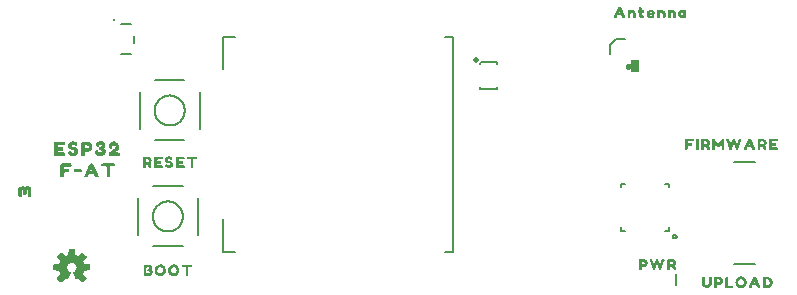
<source format=gto>
G04 EAGLE Gerber RS-274X export*
G75*
%MOMM*%
%FSLAX34Y34*%
%LPD*%
%INSilkscreen Top*%
%IPPOS*%
%AMOC8*
5,1,8,0,0,1.08239X$1,22.5*%
G01*
%ADD10C,0.508000*%
%ADD11C,0.203200*%
%ADD12C,0.254000*%
%ADD13R,0.040000X0.640000*%
%ADD14R,0.040000X0.800000*%
%ADD15R,0.040000X0.840000*%
%ADD16R,0.040000X0.280000*%
%ADD17R,0.040000X0.600000*%
%ADD18R,0.040000X0.680000*%
%ADD19R,0.040000X0.760000*%
%ADD20C,0.254000*%
%ADD21C,0.152400*%
%ADD22C,0.127000*%

G36*
X80440Y7766D02*
X80440Y7766D01*
X80548Y7776D01*
X80561Y7782D01*
X80575Y7784D01*
X80672Y7832D01*
X80771Y7877D01*
X80784Y7888D01*
X80793Y7892D01*
X80808Y7908D01*
X80885Y7970D01*
X83470Y10555D01*
X83533Y10644D01*
X83599Y10729D01*
X83604Y10742D01*
X83612Y10754D01*
X83643Y10857D01*
X83679Y10960D01*
X83679Y10974D01*
X83683Y10987D01*
X83679Y11095D01*
X83680Y11204D01*
X83675Y11217D01*
X83675Y11231D01*
X83637Y11333D01*
X83602Y11435D01*
X83593Y11450D01*
X83589Y11459D01*
X83575Y11476D01*
X83521Y11558D01*
X80757Y14948D01*
X81314Y16030D01*
X81320Y16050D01*
X81362Y16145D01*
X81733Y17304D01*
X86084Y17747D01*
X86188Y17775D01*
X86294Y17800D01*
X86306Y17807D01*
X86319Y17810D01*
X86409Y17871D01*
X86502Y17928D01*
X86510Y17939D01*
X86522Y17947D01*
X86588Y18033D01*
X86657Y18117D01*
X86661Y18130D01*
X86670Y18141D01*
X86704Y18244D01*
X86743Y18345D01*
X86744Y18363D01*
X86748Y18372D01*
X86748Y18394D01*
X86757Y18492D01*
X86757Y22148D01*
X86740Y22255D01*
X86726Y22363D01*
X86720Y22375D01*
X86718Y22389D01*
X86666Y22485D01*
X86619Y22582D01*
X86609Y22592D01*
X86603Y22604D01*
X86523Y22678D01*
X86447Y22755D01*
X86435Y22761D01*
X86425Y22771D01*
X86326Y22816D01*
X86229Y22864D01*
X86211Y22868D01*
X86202Y22872D01*
X86181Y22874D01*
X86084Y22893D01*
X81733Y23336D01*
X81362Y24495D01*
X81353Y24512D01*
X81351Y24520D01*
X81347Y24527D01*
X81314Y24610D01*
X80757Y25692D01*
X83521Y29082D01*
X83575Y29176D01*
X83632Y29268D01*
X83635Y29281D01*
X83642Y29293D01*
X83663Y29400D01*
X83688Y29505D01*
X83686Y29519D01*
X83689Y29533D01*
X83674Y29640D01*
X83664Y29748D01*
X83658Y29761D01*
X83656Y29775D01*
X83608Y29872D01*
X83563Y29971D01*
X83552Y29984D01*
X83548Y29993D01*
X83532Y30008D01*
X83470Y30085D01*
X80885Y32670D01*
X80796Y32733D01*
X80711Y32799D01*
X80698Y32804D01*
X80686Y32812D01*
X80583Y32843D01*
X80480Y32879D01*
X80466Y32879D01*
X80453Y32883D01*
X80345Y32879D01*
X80236Y32880D01*
X80223Y32875D01*
X80209Y32875D01*
X80107Y32837D01*
X80005Y32802D01*
X79990Y32793D01*
X79981Y32789D01*
X79964Y32775D01*
X79882Y32721D01*
X76492Y29957D01*
X75410Y30514D01*
X75390Y30520D01*
X75295Y30562D01*
X74136Y30933D01*
X73693Y35284D01*
X73665Y35388D01*
X73640Y35494D01*
X73633Y35506D01*
X73630Y35519D01*
X73569Y35609D01*
X73512Y35702D01*
X73501Y35710D01*
X73493Y35722D01*
X73407Y35788D01*
X73323Y35857D01*
X73310Y35861D01*
X73299Y35870D01*
X73196Y35904D01*
X73095Y35943D01*
X73077Y35944D01*
X73068Y35948D01*
X73046Y35948D01*
X72948Y35957D01*
X69292Y35957D01*
X69185Y35940D01*
X69077Y35926D01*
X69065Y35920D01*
X69051Y35918D01*
X68955Y35866D01*
X68858Y35819D01*
X68848Y35809D01*
X68836Y35803D01*
X68762Y35723D01*
X68685Y35647D01*
X68679Y35635D01*
X68669Y35625D01*
X68624Y35526D01*
X68576Y35429D01*
X68572Y35411D01*
X68568Y35402D01*
X68566Y35381D01*
X68547Y35284D01*
X68104Y30933D01*
X66945Y30562D01*
X66927Y30552D01*
X66830Y30514D01*
X65748Y29957D01*
X62358Y32721D01*
X62264Y32775D01*
X62172Y32832D01*
X62159Y32835D01*
X62147Y32842D01*
X62040Y32863D01*
X61935Y32888D01*
X61921Y32886D01*
X61907Y32889D01*
X61800Y32874D01*
X61692Y32864D01*
X61679Y32858D01*
X61666Y32856D01*
X61568Y32808D01*
X61469Y32763D01*
X61456Y32752D01*
X61447Y32748D01*
X61432Y32732D01*
X61355Y32670D01*
X58770Y30085D01*
X58707Y29996D01*
X58641Y29911D01*
X58636Y29898D01*
X58628Y29886D01*
X58597Y29783D01*
X58561Y29680D01*
X58561Y29666D01*
X58557Y29653D01*
X58561Y29545D01*
X58560Y29436D01*
X58565Y29423D01*
X58565Y29409D01*
X58603Y29307D01*
X58638Y29205D01*
X58647Y29190D01*
X58651Y29181D01*
X58665Y29164D01*
X58719Y29082D01*
X61483Y25692D01*
X60926Y24610D01*
X60920Y24590D01*
X60878Y24495D01*
X60507Y23336D01*
X56156Y22893D01*
X56052Y22865D01*
X55946Y22840D01*
X55934Y22833D01*
X55921Y22830D01*
X55831Y22769D01*
X55738Y22712D01*
X55730Y22701D01*
X55718Y22693D01*
X55652Y22607D01*
X55584Y22523D01*
X55579Y22510D01*
X55570Y22499D01*
X55536Y22396D01*
X55497Y22295D01*
X55496Y22277D01*
X55492Y22268D01*
X55493Y22246D01*
X55483Y22148D01*
X55483Y18492D01*
X55500Y18385D01*
X55514Y18277D01*
X55520Y18265D01*
X55522Y18251D01*
X55574Y18155D01*
X55621Y18058D01*
X55631Y18048D01*
X55637Y18036D01*
X55717Y17962D01*
X55793Y17885D01*
X55805Y17879D01*
X55816Y17869D01*
X55914Y17824D01*
X56011Y17776D01*
X56029Y17772D01*
X56038Y17768D01*
X56059Y17766D01*
X56156Y17747D01*
X60507Y17304D01*
X60878Y16145D01*
X60888Y16127D01*
X60926Y16030D01*
X61483Y14948D01*
X58719Y11558D01*
X58665Y11464D01*
X58608Y11372D01*
X58605Y11359D01*
X58598Y11347D01*
X58577Y11240D01*
X58552Y11135D01*
X58554Y11121D01*
X58551Y11107D01*
X58566Y11000D01*
X58576Y10892D01*
X58582Y10879D01*
X58584Y10866D01*
X58632Y10768D01*
X58677Y10669D01*
X58688Y10656D01*
X58692Y10647D01*
X58708Y10632D01*
X58770Y10555D01*
X61355Y7970D01*
X61444Y7907D01*
X61529Y7841D01*
X61542Y7836D01*
X61554Y7828D01*
X61657Y7797D01*
X61760Y7761D01*
X61774Y7761D01*
X61787Y7757D01*
X61895Y7761D01*
X62004Y7760D01*
X62017Y7765D01*
X62031Y7765D01*
X62133Y7803D01*
X62235Y7838D01*
X62250Y7847D01*
X62259Y7851D01*
X62276Y7865D01*
X62358Y7919D01*
X65748Y10683D01*
X66830Y10126D01*
X66883Y10109D01*
X66932Y10083D01*
X66998Y10072D01*
X67062Y10051D01*
X67118Y10052D01*
X67172Y10043D01*
X67239Y10054D01*
X67306Y10055D01*
X67358Y10073D01*
X67413Y10082D01*
X67473Y10114D01*
X67536Y10137D01*
X67579Y10171D01*
X67629Y10197D01*
X67675Y10246D01*
X67727Y10288D01*
X67758Y10335D01*
X67796Y10375D01*
X67852Y10480D01*
X67860Y10493D01*
X67861Y10498D01*
X67865Y10505D01*
X70018Y15702D01*
X70038Y15786D01*
X70043Y15798D01*
X70045Y15814D01*
X70070Y15900D01*
X70069Y15920D01*
X70074Y15940D01*
X70066Y16022D01*
X70067Y16041D01*
X70063Y16061D01*
X70059Y16144D01*
X70052Y16163D01*
X70050Y16183D01*
X70018Y16252D01*
X70012Y16279D01*
X69997Y16303D01*
X69970Y16372D01*
X69957Y16387D01*
X69949Y16405D01*
X69904Y16454D01*
X69884Y16486D01*
X69852Y16512D01*
X69813Y16558D01*
X69792Y16573D01*
X69782Y16583D01*
X69761Y16595D01*
X69698Y16639D01*
X69695Y16641D01*
X69694Y16641D01*
X69692Y16643D01*
X68808Y17138D01*
X68129Y17765D01*
X67615Y18534D01*
X67295Y19402D01*
X67187Y20319D01*
X67300Y21254D01*
X67631Y22135D01*
X68163Y22912D01*
X68864Y23541D01*
X69694Y23984D01*
X70606Y24218D01*
X71548Y24228D01*
X72464Y24014D01*
X73304Y23589D01*
X74018Y22976D01*
X74567Y22211D01*
X74918Y21337D01*
X75051Y20405D01*
X74959Y19468D01*
X74647Y18580D01*
X74132Y17792D01*
X73445Y17148D01*
X72546Y16642D01*
X72506Y16609D01*
X72464Y16587D01*
X72433Y16554D01*
X72385Y16519D01*
X72372Y16502D01*
X72356Y16489D01*
X72321Y16435D01*
X72297Y16409D01*
X72284Y16378D01*
X72242Y16321D01*
X72236Y16301D01*
X72225Y16283D01*
X72207Y16210D01*
X72197Y16187D01*
X72194Y16163D01*
X72171Y16088D01*
X72172Y16067D01*
X72167Y16046D01*
X72174Y15962D01*
X72173Y15944D01*
X72176Y15928D01*
X72179Y15844D01*
X72187Y15818D01*
X72188Y15803D01*
X72198Y15781D01*
X72222Y15702D01*
X72530Y14957D01*
X72531Y14957D01*
X72841Y14208D01*
X73151Y13459D01*
X73151Y13458D01*
X73462Y12710D01*
X73462Y12709D01*
X73772Y11960D01*
X74082Y11211D01*
X74083Y11211D01*
X74375Y10505D01*
X74404Y10458D01*
X74425Y10406D01*
X74468Y10355D01*
X74504Y10298D01*
X74547Y10263D01*
X74583Y10220D01*
X74640Y10186D01*
X74692Y10143D01*
X74744Y10124D01*
X74792Y10095D01*
X74858Y10081D01*
X74921Y10057D01*
X74976Y10055D01*
X75030Y10044D01*
X75097Y10051D01*
X75164Y10049D01*
X75218Y10065D01*
X75273Y10072D01*
X75384Y10116D01*
X75398Y10120D01*
X75402Y10123D01*
X75410Y10126D01*
X76492Y10683D01*
X79882Y7919D01*
X79976Y7865D01*
X80068Y7808D01*
X80081Y7805D01*
X80093Y7798D01*
X80200Y7777D01*
X80305Y7752D01*
X80319Y7754D01*
X80333Y7751D01*
X80440Y7766D01*
G37*
G36*
X64595Y114710D02*
X64595Y114710D01*
X64604Y114706D01*
X65204Y115006D01*
X65215Y115028D01*
X65217Y115029D01*
X65228Y115033D01*
X65528Y115833D01*
X65524Y115848D01*
X65531Y115854D01*
X65431Y116954D01*
X65418Y116969D01*
X65420Y116981D01*
X65020Y117481D01*
X64999Y117486D01*
X64994Y117498D01*
X64194Y117698D01*
X64186Y117694D01*
X64182Y117699D01*
X59131Y117699D01*
X59131Y118447D01*
X59225Y119201D01*
X62582Y119201D01*
X62590Y119207D01*
X62596Y119203D01*
X63296Y119403D01*
X63311Y119424D01*
X63325Y119426D01*
X63725Y120126D01*
X63722Y120143D01*
X63731Y120150D01*
X63731Y121250D01*
X63719Y121266D01*
X63723Y121277D01*
X63323Y121877D01*
X63300Y121885D01*
X63296Y121897D01*
X62596Y122097D01*
X62586Y122094D01*
X62582Y122099D01*
X59225Y122099D01*
X59131Y122853D01*
X59131Y123607D01*
X59785Y123701D01*
X63982Y123701D01*
X63985Y123703D01*
X63987Y123701D01*
X64887Y123801D01*
X64904Y123817D01*
X64917Y123815D01*
X65417Y124315D01*
X65419Y124332D01*
X65430Y124340D01*
X65428Y124343D01*
X65431Y124345D01*
X65531Y125345D01*
X65525Y125355D01*
X65530Y125361D01*
X65330Y126261D01*
X65310Y126278D01*
X65309Y126291D01*
X64709Y126691D01*
X64689Y126690D01*
X64682Y126699D01*
X56982Y126699D01*
X56966Y126687D01*
X56955Y126691D01*
X56355Y126291D01*
X56346Y126267D01*
X56334Y126262D01*
X56134Y125462D01*
X56138Y125454D01*
X56133Y125450D01*
X56133Y116050D01*
X56136Y116046D01*
X56133Y116044D01*
X56233Y115244D01*
X56252Y115225D01*
X56251Y115212D01*
X56751Y114812D01*
X56771Y114811D01*
X56777Y114801D01*
X57777Y114701D01*
X57780Y114703D01*
X57782Y114701D01*
X64582Y114701D01*
X64595Y114710D01*
G37*
G36*
X81486Y114801D02*
X81486Y114801D01*
X81501Y114814D01*
X81513Y114812D01*
X82013Y115212D01*
X82017Y115227D01*
X82020Y115229D01*
X82018Y115232D01*
X82019Y115237D01*
X82031Y115244D01*
X82131Y116044D01*
X82129Y116048D01*
X82131Y116050D01*
X82131Y117720D01*
X82694Y118001D01*
X84382Y118001D01*
X84386Y118004D01*
X84389Y118001D01*
X85089Y118101D01*
X85095Y118107D01*
X85099Y118104D01*
X85899Y118404D01*
X85901Y118407D01*
X85904Y118406D01*
X86704Y118806D01*
X86709Y118816D01*
X86717Y118815D01*
X87917Y120015D01*
X87919Y120030D01*
X87928Y120033D01*
X88228Y120833D01*
X88227Y120837D01*
X88230Y120838D01*
X88430Y121638D01*
X88428Y121643D01*
X88431Y121645D01*
X88531Y122545D01*
X88529Y122548D01*
X88531Y122550D01*
X88531Y123350D01*
X88515Y123371D01*
X88517Y123385D01*
X88324Y123577D01*
X88028Y124367D01*
X88020Y124372D01*
X88022Y124379D01*
X87522Y125079D01*
X87516Y125080D01*
X87517Y125085D01*
X86917Y125685D01*
X86909Y125686D01*
X86908Y125692D01*
X86108Y126192D01*
X86101Y126191D01*
X86099Y126196D01*
X85299Y126496D01*
X85296Y126495D01*
X85296Y126497D01*
X84596Y126697D01*
X84586Y126694D01*
X84582Y126699D01*
X80282Y126699D01*
X80272Y126692D01*
X80265Y126696D01*
X79465Y126396D01*
X79451Y126374D01*
X79438Y126372D01*
X79138Y125772D01*
X79141Y125756D01*
X79133Y125750D01*
X79133Y116450D01*
X79135Y116447D01*
X79133Y116445D01*
X79233Y115545D01*
X79242Y115536D01*
X79238Y115528D01*
X79538Y114928D01*
X79565Y114915D01*
X79570Y114902D01*
X80370Y114702D01*
X80381Y114707D01*
X80386Y114701D01*
X81486Y114801D01*
G37*
G36*
X110799Y114714D02*
X110799Y114714D01*
X110811Y114710D01*
X111511Y115210D01*
X111516Y115227D01*
X111519Y115229D01*
X111517Y115231D01*
X111519Y115237D01*
X111531Y115244D01*
X111631Y116044D01*
X111627Y116051D01*
X111631Y116055D01*
X111531Y116955D01*
X111515Y116972D01*
X111517Y116985D01*
X111017Y117485D01*
X110998Y117487D01*
X110993Y117498D01*
X110093Y117698D01*
X110085Y117695D01*
X110082Y117699D01*
X107612Y117699D01*
X107551Y117821D01*
X108098Y118003D01*
X108104Y118012D01*
X108111Y118010D01*
X108811Y118510D01*
X108812Y118513D01*
X108814Y118513D01*
X109514Y119113D01*
X109515Y119115D01*
X109517Y119115D01*
X110117Y119715D01*
X110118Y119721D01*
X110122Y119721D01*
X110622Y120421D01*
X110622Y120431D01*
X110628Y120433D01*
X110928Y121233D01*
X110927Y121236D01*
X110930Y121238D01*
X110927Y121241D01*
X110931Y121244D01*
X111031Y122044D01*
X111029Y122048D01*
X111031Y122050D01*
X111031Y122950D01*
X111028Y122954D01*
X111031Y122956D01*
X110931Y123756D01*
X110921Y123766D01*
X110925Y123774D01*
X110526Y124473D01*
X110126Y125272D01*
X110116Y125277D01*
X110117Y125285D01*
X109517Y125885D01*
X109513Y125885D01*
X109514Y125888D01*
X108914Y126388D01*
X108902Y126388D01*
X108899Y126396D01*
X108099Y126696D01*
X108095Y126695D01*
X108094Y126698D01*
X107294Y126898D01*
X107286Y126894D01*
X107282Y126899D01*
X106382Y126899D01*
X106376Y126894D01*
X106371Y126898D01*
X105471Y126698D01*
X105471Y126697D01*
X105470Y126698D01*
X104670Y126498D01*
X104662Y126487D01*
X104653Y126490D01*
X103953Y125990D01*
X103951Y125981D01*
X103944Y125982D01*
X103445Y125382D01*
X102845Y124682D01*
X102844Y124671D01*
X102837Y124669D01*
X102537Y123969D01*
X102538Y123964D01*
X102534Y123962D01*
X102334Y123162D01*
X102336Y123157D01*
X102333Y123155D01*
X102233Y122255D01*
X102240Y122244D01*
X102235Y122236D01*
X102435Y121536D01*
X102449Y121526D01*
X102447Y121515D01*
X102947Y121015D01*
X102971Y121012D01*
X102978Y121001D01*
X104078Y120901D01*
X104086Y120906D01*
X104096Y120906D01*
X104099Y120904D01*
X104899Y121204D01*
X104912Y121224D01*
X104914Y121226D01*
X104926Y121228D01*
X105226Y121828D01*
X105224Y121840D01*
X105231Y121845D01*
X105330Y122737D01*
X105622Y123418D01*
X106295Y123899D01*
X107165Y123802D01*
X107744Y123416D01*
X108129Y122645D01*
X107937Y121970D01*
X107443Y121181D01*
X106950Y120688D01*
X106255Y120191D01*
X104057Y118892D01*
X104056Y118889D01*
X104053Y118890D01*
X103353Y118390D01*
X103350Y118379D01*
X103342Y118379D01*
X102842Y117679D01*
X102842Y117675D01*
X102839Y117674D01*
X102439Y116974D01*
X102441Y116965D01*
X102434Y116962D01*
X102234Y116162D01*
X102242Y116143D01*
X102236Y116133D01*
X102536Y115333D01*
X102553Y115322D01*
X102553Y115310D01*
X103253Y114810D01*
X103271Y114810D01*
X103276Y114801D01*
X104076Y114701D01*
X104080Y114703D01*
X104082Y114701D01*
X110782Y114701D01*
X110799Y114714D01*
G37*
G36*
X92350Y96513D02*
X92350Y96513D01*
X92360Y96523D01*
X92368Y96519D01*
X93268Y97019D01*
X93275Y97034D01*
X93285Y97035D01*
X93685Y97635D01*
X93683Y97663D01*
X93692Y97674D01*
X93492Y98474D01*
X93486Y98479D01*
X93488Y98484D01*
X93088Y99284D01*
X88988Y107684D01*
X88985Y107685D01*
X88986Y107687D01*
X88686Y108187D01*
X88670Y108194D01*
X88668Y108205D01*
X87968Y108605D01*
X87943Y108601D01*
X87932Y108610D01*
X87132Y108410D01*
X87124Y108399D01*
X87115Y108402D01*
X86415Y107902D01*
X86411Y107888D01*
X86401Y107886D01*
X86001Y107186D01*
X86002Y107184D01*
X86000Y107183D01*
X81900Y98683D01*
X81901Y98676D01*
X81896Y98674D01*
X81696Y97874D01*
X81703Y97857D01*
X81697Y97848D01*
X81897Y97148D01*
X81918Y97132D01*
X81920Y97119D01*
X82820Y96619D01*
X82829Y96620D01*
X82832Y96614D01*
X83632Y96414D01*
X83656Y96425D01*
X83668Y96419D01*
X84368Y96819D01*
X84376Y96838D01*
X84388Y96840D01*
X84788Y97640D01*
X84788Y97641D01*
X84789Y97641D01*
X85475Y99113D01*
X89721Y99113D01*
X90202Y98536D01*
X90899Y96942D01*
X90913Y96934D01*
X90912Y96924D01*
X91512Y96424D01*
X91541Y96423D01*
X91550Y96413D01*
X92350Y96513D01*
G37*
G36*
X146870Y13037D02*
X146870Y13037D01*
X146876Y13033D01*
X147576Y13233D01*
X147580Y13238D01*
X147584Y13236D01*
X148184Y13536D01*
X148185Y13539D01*
X148187Y13538D01*
X148687Y13838D01*
X148689Y13843D01*
X148694Y13842D01*
X149294Y14342D01*
X149295Y14349D01*
X149300Y14349D01*
X149700Y14849D01*
X149701Y14853D01*
X149703Y14853D01*
X150103Y15453D01*
X150103Y15457D01*
X150106Y15458D01*
X150406Y16058D01*
X150405Y16063D01*
X150409Y16064D01*
X150609Y16664D01*
X150607Y16671D01*
X150611Y16673D01*
X150711Y17373D01*
X150708Y17378D01*
X150711Y17380D01*
X150711Y18780D01*
X150704Y18789D01*
X150709Y18796D01*
X150309Y19996D01*
X150304Y19999D01*
X150306Y20002D01*
X150006Y20602D01*
X150002Y20604D01*
X150003Y20607D01*
X149603Y21207D01*
X149593Y21211D01*
X149593Y21218D01*
X149093Y21618D01*
X148494Y22118D01*
X148485Y22118D01*
X148484Y22124D01*
X147884Y22424D01*
X147879Y22423D01*
X147878Y22427D01*
X146678Y22827D01*
X146667Y22823D01*
X146662Y22829D01*
X145462Y22829D01*
X145457Y22826D01*
X145454Y22829D01*
X144854Y22729D01*
X144851Y22725D01*
X144848Y22727D01*
X144148Y22527D01*
X144143Y22520D01*
X144137Y22522D01*
X143637Y22222D01*
X143636Y22221D01*
X143635Y22221D01*
X143035Y21821D01*
X143032Y21814D01*
X143027Y21815D01*
X142527Y21315D01*
X142527Y21311D01*
X142524Y21311D01*
X142124Y20811D01*
X142123Y20807D01*
X142121Y20807D01*
X141721Y20207D01*
X141722Y20198D01*
X141715Y20196D01*
X141315Y18996D01*
X141317Y18989D01*
X141313Y18987D01*
X141213Y18287D01*
X141216Y18282D01*
X141213Y18280D01*
X141213Y17580D01*
X141216Y17576D01*
X141213Y17573D01*
X141313Y16873D01*
X141318Y16868D01*
X141315Y16864D01*
X141715Y15664D01*
X141723Y15659D01*
X141721Y15653D01*
X142121Y15053D01*
X142124Y15052D01*
X142124Y15049D01*
X142524Y14549D01*
X142528Y14548D01*
X142527Y14545D01*
X143027Y14045D01*
X143034Y14044D01*
X143035Y14039D01*
X143635Y13639D01*
X143639Y13639D01*
X143640Y13636D01*
X144240Y13336D01*
X144245Y13337D01*
X144246Y13333D01*
X144846Y13133D01*
X144853Y13135D01*
X144855Y13131D01*
X145555Y13031D01*
X145560Y13034D01*
X145562Y13031D01*
X146862Y13031D01*
X146870Y13037D01*
G37*
G36*
X638608Y2877D02*
X638608Y2877D01*
X638614Y2873D01*
X639314Y3073D01*
X639318Y3078D01*
X639322Y3076D01*
X639922Y3376D01*
X639923Y3379D01*
X639925Y3378D01*
X640425Y3678D01*
X640429Y3686D01*
X640435Y3685D01*
X641435Y4685D01*
X641436Y4692D01*
X641441Y4693D01*
X641841Y5293D01*
X641841Y5297D01*
X641844Y5298D01*
X642144Y5898D01*
X642143Y5903D01*
X642147Y5904D01*
X642347Y6504D01*
X642345Y6511D01*
X642349Y6513D01*
X642449Y7213D01*
X642446Y7218D01*
X642449Y7220D01*
X642449Y8620D01*
X642442Y8629D01*
X642447Y8636D01*
X642047Y9836D01*
X642042Y9839D01*
X642044Y9842D01*
X641744Y10442D01*
X641740Y10444D01*
X641741Y10447D01*
X641341Y11047D01*
X641331Y11051D01*
X641331Y11058D01*
X640831Y11458D01*
X640232Y11958D01*
X640223Y11958D01*
X640222Y11964D01*
X639622Y12264D01*
X639617Y12263D01*
X639616Y12267D01*
X638416Y12667D01*
X638405Y12663D01*
X638400Y12669D01*
X637200Y12669D01*
X637195Y12666D01*
X637192Y12669D01*
X636592Y12569D01*
X636589Y12565D01*
X636586Y12567D01*
X635886Y12367D01*
X635882Y12362D01*
X635878Y12364D01*
X635278Y12064D01*
X635275Y12057D01*
X635269Y12058D01*
X634769Y11658D01*
X634768Y11654D01*
X634765Y11655D01*
X634265Y11155D01*
X634265Y11151D01*
X634262Y11151D01*
X633862Y10651D01*
X633861Y10647D01*
X633859Y10647D01*
X633459Y10047D01*
X633460Y10038D01*
X633453Y10036D01*
X633053Y8836D01*
X633055Y8829D01*
X633051Y8827D01*
X632951Y8127D01*
X632954Y8122D01*
X632951Y8120D01*
X632951Y7420D01*
X632954Y7416D01*
X632951Y7413D01*
X633051Y6713D01*
X633056Y6708D01*
X633053Y6704D01*
X633453Y5504D01*
X633461Y5499D01*
X633459Y5493D01*
X633859Y4893D01*
X633862Y4892D01*
X633862Y4889D01*
X634262Y4389D01*
X634266Y4388D01*
X634265Y4385D01*
X634765Y3885D01*
X634772Y3884D01*
X634773Y3879D01*
X635373Y3479D01*
X635377Y3479D01*
X635378Y3476D01*
X635978Y3176D01*
X635983Y3177D01*
X635984Y3173D01*
X636584Y2973D01*
X636591Y2975D01*
X636593Y2971D01*
X637293Y2871D01*
X637298Y2874D01*
X637300Y2871D01*
X638600Y2871D01*
X638608Y2877D01*
G37*
G36*
X158371Y13038D02*
X158371Y13038D01*
X158378Y13033D01*
X158978Y13233D01*
X158981Y13238D01*
X158984Y13236D01*
X160184Y13836D01*
X160189Y13846D01*
X160197Y13845D01*
X161197Y14845D01*
X161198Y14857D01*
X161206Y14858D01*
X161806Y16058D01*
X161805Y16063D01*
X161809Y16064D01*
X162009Y16664D01*
X162007Y16671D01*
X162011Y16673D01*
X162211Y18073D01*
X162206Y18082D01*
X162211Y18087D01*
X162111Y18787D01*
X162110Y18788D01*
X162111Y18788D01*
X162011Y19388D01*
X162003Y19395D01*
X162006Y19402D01*
X161406Y20602D01*
X161402Y20604D01*
X161403Y20607D01*
X161003Y21207D01*
X160993Y21211D01*
X160993Y21218D01*
X160495Y21617D01*
X159997Y22115D01*
X159985Y22116D01*
X159984Y22124D01*
X159384Y22424D01*
X159379Y22423D01*
X159378Y22427D01*
X158778Y22627D01*
X158776Y22626D01*
X158776Y22627D01*
X158076Y22827D01*
X158066Y22824D01*
X158062Y22829D01*
X156962Y22829D01*
X156958Y22826D01*
X156955Y22829D01*
X156255Y22729D01*
X156250Y22724D01*
X156246Y22727D01*
X155646Y22527D01*
X155643Y22522D01*
X155640Y22524D01*
X155040Y22224D01*
X155038Y22220D01*
X155035Y22221D01*
X154435Y21821D01*
X154432Y21814D01*
X154427Y21815D01*
X153927Y21315D01*
X153927Y21311D01*
X153924Y21311D01*
X153524Y20811D01*
X153523Y20803D01*
X153518Y20802D01*
X152918Y19602D01*
X152919Y19597D01*
X152915Y19594D01*
X152918Y19591D01*
X152913Y19588D01*
X152813Y18988D01*
X152814Y18987D01*
X152813Y18987D01*
X152713Y18287D01*
X152716Y18282D01*
X152713Y18280D01*
X152713Y16880D01*
X152720Y16871D01*
X152715Y16864D01*
X152915Y16264D01*
X152920Y16261D01*
X152918Y16258D01*
X153518Y15058D01*
X153528Y15053D01*
X153527Y15045D01*
X154527Y14045D01*
X154531Y14045D01*
X154531Y14042D01*
X155031Y13642D01*
X155039Y13641D01*
X155040Y13636D01*
X155640Y13336D01*
X155645Y13337D01*
X155646Y13333D01*
X156246Y13133D01*
X156253Y13135D01*
X156255Y13131D01*
X156955Y13031D01*
X156960Y13034D01*
X156962Y13031D01*
X158362Y13031D01*
X158371Y13038D01*
G37*
G36*
X95285Y114703D02*
X95285Y114703D01*
X95287Y114701D01*
X96187Y114801D01*
X96191Y114805D01*
X96194Y114802D01*
X96994Y115002D01*
X96997Y115006D01*
X96999Y115004D01*
X97799Y115304D01*
X97802Y115309D01*
X97806Y115307D01*
X98506Y115707D01*
X98512Y115721D01*
X98522Y115721D01*
X99021Y116420D01*
X99520Y117018D01*
X99521Y117034D01*
X99530Y117038D01*
X99730Y117838D01*
X99729Y117839D01*
X99730Y117839D01*
X99729Y117841D01*
X99728Y117843D01*
X99731Y117845D01*
X99831Y118745D01*
X99825Y118755D01*
X99830Y118762D01*
X99630Y119562D01*
X99622Y119568D01*
X99625Y119574D01*
X99225Y120274D01*
X99218Y120277D01*
X99219Y120282D01*
X98631Y120968D01*
X98631Y121427D01*
X99214Y121912D01*
X99217Y121926D01*
X99218Y121927D01*
X99217Y121928D01*
X99218Y121930D01*
X99228Y121933D01*
X99528Y122733D01*
X99525Y122745D01*
X99531Y122750D01*
X99531Y123550D01*
X99528Y123554D01*
X99531Y123556D01*
X99431Y124356D01*
X99422Y124365D01*
X99426Y124372D01*
X99026Y125172D01*
X99021Y125175D01*
X99022Y125179D01*
X98522Y125879D01*
X98516Y125880D01*
X98517Y125885D01*
X97317Y127085D01*
X97290Y127089D01*
X97282Y127099D01*
X95582Y127099D01*
X95579Y127097D01*
X95577Y127099D01*
X94677Y126999D01*
X94676Y126999D01*
X93876Y126899D01*
X93867Y126890D01*
X93860Y126894D01*
X93060Y126494D01*
X93059Y126492D01*
X93058Y126493D01*
X92358Y126093D01*
X92353Y126082D01*
X92345Y126082D01*
X91745Y125382D01*
X91744Y125373D01*
X91738Y125372D01*
X91338Y124572D01*
X91339Y124567D01*
X91335Y124564D01*
X91338Y124560D01*
X91333Y124558D01*
X91233Y123958D01*
X91243Y123941D01*
X91237Y123931D01*
X91537Y123231D01*
X91555Y123220D01*
X91556Y123208D01*
X92356Y122708D01*
X92371Y122710D01*
X92376Y122701D01*
X93176Y122601D01*
X93200Y122615D01*
X93214Y122612D01*
X93814Y123112D01*
X93815Y123119D01*
X93820Y123118D01*
X94314Y123712D01*
X94995Y124101D01*
X95866Y124101D01*
X96533Y123625D01*
X96533Y122984D01*
X95771Y122698D01*
X94777Y122599D01*
X94768Y122590D01*
X94760Y122594D01*
X94160Y122294D01*
X94147Y122267D01*
X94134Y122262D01*
X93934Y121462D01*
X93938Y121454D01*
X93933Y121450D01*
X93933Y120350D01*
X93949Y120329D01*
X93947Y120315D01*
X94447Y119815D01*
X94469Y119812D01*
X94475Y119801D01*
X95175Y119701D01*
X95176Y119702D01*
X95177Y119701D01*
X96061Y119603D01*
X96736Y119025D01*
X96830Y118367D01*
X96257Y117794D01*
X95476Y117599D01*
X94596Y117599D01*
X93822Y118083D01*
X93528Y118867D01*
X93512Y118877D01*
X93513Y118888D01*
X93013Y119288D01*
X92993Y119289D01*
X92987Y119299D01*
X91987Y119399D01*
X91977Y119393D01*
X91971Y119398D01*
X91071Y119198D01*
X91054Y119178D01*
X91041Y119177D01*
X90641Y118577D01*
X90642Y118560D01*
X90636Y118556D01*
X90640Y118550D01*
X90633Y118543D01*
X90733Y117843D01*
X90738Y117838D01*
X90735Y117834D01*
X91035Y116934D01*
X91044Y116928D01*
X91042Y116921D01*
X91542Y116221D01*
X91548Y116220D01*
X91547Y116215D01*
X92147Y115615D01*
X92154Y115614D01*
X92155Y115609D01*
X92755Y115209D01*
X92763Y115210D01*
X92765Y115204D01*
X93565Y114904D01*
X93569Y114905D01*
X93570Y114902D01*
X94370Y114702D01*
X94378Y114706D01*
X94382Y114701D01*
X95282Y114701D01*
X95285Y114703D01*
G37*
G36*
X564643Y17957D02*
X564643Y17957D01*
X564663Y17978D01*
X564677Y17979D01*
X565077Y18579D01*
X565076Y18588D01*
X565083Y18590D01*
X565882Y20889D01*
X566633Y22860D01*
X567889Y19090D01*
X568089Y18490D01*
X568103Y18481D01*
X568101Y18471D01*
X568601Y17971D01*
X568622Y17968D01*
X568628Y17957D01*
X569228Y17857D01*
X569245Y17867D01*
X569255Y17861D01*
X569955Y18161D01*
X569966Y18179D01*
X569978Y18181D01*
X570278Y18681D01*
X570277Y18688D01*
X570282Y18690D01*
X572782Y25790D01*
X572782Y25792D01*
X572783Y25792D01*
X572983Y26492D01*
X572974Y26516D01*
X572980Y26528D01*
X572780Y26928D01*
X572762Y26937D01*
X572760Y26949D01*
X572060Y27349D01*
X572052Y27348D01*
X572050Y27353D01*
X571350Y27553D01*
X571322Y27543D01*
X571309Y27547D01*
X570709Y27147D01*
X570701Y27126D01*
X570689Y27122D01*
X569193Y22733D01*
X569058Y22597D01*
X567783Y26422D01*
X567778Y26425D01*
X567780Y26428D01*
X567480Y27028D01*
X567467Y27035D01*
X567467Y27044D01*
X566967Y27444D01*
X566939Y27445D01*
X566929Y27455D01*
X566229Y27355D01*
X566221Y27347D01*
X566214Y27350D01*
X565614Y27050D01*
X565603Y27029D01*
X565591Y27025D01*
X565291Y26325D01*
X565291Y26323D01*
X565289Y26322D01*
X564015Y22597D01*
X563879Y22732D01*
X562683Y26620D01*
X562678Y26624D01*
X562680Y26628D01*
X562380Y27228D01*
X562360Y27238D01*
X562358Y27250D01*
X561758Y27550D01*
X561733Y27545D01*
X561722Y27553D01*
X561022Y27353D01*
X561016Y27345D01*
X561009Y27347D01*
X560409Y26947D01*
X560400Y26922D01*
X560388Y26916D01*
X560288Y26416D01*
X560293Y26405D01*
X560287Y26399D01*
X560387Y25699D01*
X560392Y25694D01*
X560390Y25690D01*
X562890Y18590D01*
X562900Y18583D01*
X562898Y18575D01*
X563298Y18075D01*
X563317Y18070D01*
X563320Y18059D01*
X563920Y17859D01*
X563936Y17864D01*
X563943Y17857D01*
X564643Y17957D01*
G37*
G36*
X660205Y2874D02*
X660205Y2874D01*
X660208Y2871D01*
X660808Y2971D01*
X660811Y2975D01*
X660814Y2973D01*
X661514Y3173D01*
X661518Y3178D01*
X661522Y3176D01*
X662122Y3476D01*
X662123Y3479D01*
X662125Y3478D01*
X662625Y3778D01*
X662629Y3786D01*
X662635Y3785D01*
X663635Y4785D01*
X663636Y4797D01*
X663644Y4798D01*
X664244Y5998D01*
X664243Y6003D01*
X664247Y6004D01*
X664447Y6604D01*
X664445Y6611D01*
X664449Y6613D01*
X664549Y7313D01*
X664546Y7318D01*
X664549Y7320D01*
X664549Y8020D01*
X664546Y8024D01*
X664549Y8027D01*
X664449Y8727D01*
X664445Y8731D01*
X664447Y8734D01*
X664247Y9434D01*
X664240Y9439D01*
X664242Y9445D01*
X663943Y9943D01*
X663644Y10542D01*
X663634Y10547D01*
X663635Y10555D01*
X662635Y11555D01*
X662623Y11556D01*
X662622Y11564D01*
X661422Y12164D01*
X661417Y12163D01*
X661416Y12167D01*
X660816Y12367D01*
X660809Y12365D01*
X660807Y12369D01*
X660107Y12469D01*
X660102Y12466D01*
X660100Y12469D01*
X656900Y12469D01*
X656885Y12458D01*
X656875Y12462D01*
X656375Y12162D01*
X656366Y12140D01*
X656353Y12136D01*
X656153Y11536D01*
X656157Y11525D01*
X656151Y11520D01*
X656151Y4020D01*
X656154Y4016D01*
X656151Y4013D01*
X656251Y3313D01*
X656270Y3294D01*
X656270Y3281D01*
X656670Y2981D01*
X656688Y2981D01*
X656693Y2971D01*
X657393Y2871D01*
X657398Y2874D01*
X657400Y2871D01*
X660200Y2871D01*
X660205Y2874D01*
G37*
G36*
X634331Y119721D02*
X634331Y119721D01*
X634342Y119716D01*
X634942Y120016D01*
X634949Y120029D01*
X634958Y120029D01*
X635358Y120529D01*
X635359Y120542D01*
X635367Y120544D01*
X637767Y127644D01*
X637766Y127646D01*
X637767Y127646D01*
X637967Y128346D01*
X637958Y128370D01*
X637964Y128382D01*
X637764Y128782D01*
X637746Y128791D01*
X637744Y128803D01*
X637044Y129203D01*
X637036Y129202D01*
X637034Y129207D01*
X636334Y129407D01*
X636302Y129395D01*
X636289Y129398D01*
X635789Y128998D01*
X635785Y128984D01*
X635785Y128983D01*
X635785Y128980D01*
X635774Y128977D01*
X634177Y124587D01*
X634042Y124451D01*
X632767Y128276D01*
X632567Y128876D01*
X632548Y128888D01*
X632547Y128901D01*
X631947Y129301D01*
X631922Y129299D01*
X631913Y129309D01*
X631213Y129209D01*
X631203Y129199D01*
X631195Y129202D01*
X630695Y128902D01*
X630687Y128882D01*
X630675Y128879D01*
X630375Y128179D01*
X630375Y128177D01*
X630373Y128176D01*
X629099Y124451D01*
X628963Y124587D01*
X627667Y128476D01*
X627662Y128479D01*
X627664Y128482D01*
X627364Y129082D01*
X627347Y129091D01*
X627345Y129102D01*
X626845Y129402D01*
X626817Y129399D01*
X626806Y129407D01*
X626106Y129207D01*
X626101Y129200D01*
X626096Y129203D01*
X625396Y128803D01*
X625384Y128776D01*
X625372Y128770D01*
X625272Y128270D01*
X625279Y128255D01*
X625273Y128246D01*
X625473Y127546D01*
X625474Y127545D01*
X625473Y127544D01*
X627873Y120444D01*
X627884Y120437D01*
X627882Y120429D01*
X628282Y119929D01*
X628302Y119924D01*
X628306Y119913D01*
X629006Y119713D01*
X629021Y119718D01*
X629028Y119711D01*
X629628Y119811D01*
X629645Y119829D01*
X629658Y119828D01*
X630158Y120428D01*
X630158Y120436D01*
X630159Y120436D01*
X630158Y120437D01*
X630158Y120441D01*
X630167Y120444D01*
X630967Y122744D01*
X630966Y122744D01*
X630967Y122744D01*
X631620Y124704D01*
X633073Y120344D01*
X633087Y120335D01*
X633085Y120325D01*
X633585Y119825D01*
X633607Y119822D01*
X633613Y119811D01*
X634313Y119711D01*
X634331Y119721D01*
G37*
G36*
X72689Y114706D02*
X72689Y114706D01*
X72694Y114702D01*
X73494Y114902D01*
X73497Y114906D01*
X73499Y114904D01*
X74299Y115204D01*
X74302Y115209D01*
X74306Y115207D01*
X75006Y115607D01*
X75009Y115613D01*
X75014Y115612D01*
X75614Y116112D01*
X75616Y116123D01*
X75624Y116124D01*
X76124Y116924D01*
X76123Y116934D01*
X76129Y116936D01*
X76329Y117636D01*
X76328Y117641D01*
X76330Y117642D01*
X76329Y117644D01*
X76331Y117645D01*
X76431Y118545D01*
X76429Y118548D01*
X76431Y118550D01*
X76431Y119450D01*
X76424Y119460D01*
X76428Y119467D01*
X76128Y120267D01*
X76120Y120272D01*
X76122Y120279D01*
X75622Y120979D01*
X75613Y120981D01*
X75614Y120988D01*
X75014Y121488D01*
X75003Y121488D01*
X75001Y121495D01*
X74301Y121795D01*
X74298Y121795D01*
X74298Y121797D01*
X73398Y122097D01*
X73395Y122096D01*
X73394Y122098D01*
X71801Y122496D01*
X71125Y122882D01*
X70936Y123638D01*
X71407Y124204D01*
X72176Y124300D01*
X72959Y124006D01*
X73653Y123510D01*
X73670Y123510D01*
X73675Y123501D01*
X74375Y123401D01*
X74398Y123414D01*
X74411Y123410D01*
X75111Y123910D01*
X75114Y123920D01*
X75121Y123920D01*
X75721Y124720D01*
X75721Y124730D01*
X75728Y124734D01*
X75722Y124743D01*
X75731Y124750D01*
X75731Y125350D01*
X75717Y125369D01*
X75719Y125382D01*
X75119Y126082D01*
X75110Y126084D01*
X75109Y126091D01*
X74509Y126491D01*
X74500Y126490D01*
X74498Y126497D01*
X73598Y126797D01*
X73595Y126796D01*
X73594Y126798D01*
X72794Y126998D01*
X72786Y126994D01*
X72782Y126999D01*
X70982Y126999D01*
X70972Y126992D01*
X70965Y126996D01*
X70165Y126696D01*
X70164Y126695D01*
X70163Y126695D01*
X69463Y126395D01*
X69456Y126384D01*
X69447Y126385D01*
X68847Y125785D01*
X68846Y125779D01*
X68842Y125779D01*
X68342Y125079D01*
X68342Y125071D01*
X68337Y125069D01*
X68037Y124369D01*
X68037Y124368D01*
X68036Y124367D01*
X68038Y124365D01*
X68039Y124359D01*
X68033Y124355D01*
X67933Y123455D01*
X67935Y123452D01*
X67933Y123450D01*
X67933Y122650D01*
X67940Y122640D01*
X67936Y122633D01*
X68236Y121833D01*
X68244Y121828D01*
X68242Y121821D01*
X68742Y121121D01*
X68748Y121120D01*
X68747Y121115D01*
X69347Y120515D01*
X69360Y120513D01*
X69363Y120505D01*
X70063Y120205D01*
X70066Y120206D01*
X70066Y120203D01*
X70965Y119904D01*
X71765Y119604D01*
X71773Y119606D01*
X71776Y119601D01*
X72566Y119502D01*
X73239Y119118D01*
X73430Y118356D01*
X73147Y117789D01*
X72376Y117500D01*
X71500Y117598D01*
X70812Y118089D01*
X70012Y118689D01*
X70005Y118689D01*
X70004Y118694D01*
X69404Y118994D01*
X69380Y118990D01*
X69370Y118998D01*
X68570Y118798D01*
X68555Y118780D01*
X68543Y118780D01*
X67943Y117980D01*
X67943Y117970D01*
X67938Y117967D01*
X67935Y117966D01*
X67735Y117366D01*
X67744Y117340D01*
X67738Y117328D01*
X68138Y116528D01*
X68148Y116523D01*
X68147Y116515D01*
X68647Y116015D01*
X68650Y116015D01*
X68650Y116013D01*
X69350Y115413D01*
X69359Y115412D01*
X69360Y115406D01*
X70160Y115006D01*
X70168Y115007D01*
X70170Y115002D01*
X70970Y114802D01*
X70974Y114804D01*
X70976Y114801D01*
X71776Y114701D01*
X71780Y114703D01*
X71782Y114701D01*
X72682Y114701D01*
X72689Y114706D01*
G37*
G36*
X551182Y185295D02*
X551182Y185295D01*
X551184Y185294D01*
X551227Y185314D01*
X551271Y185332D01*
X551271Y185334D01*
X551273Y185335D01*
X551306Y185420D01*
X551306Y195580D01*
X551305Y195582D01*
X551306Y195584D01*
X551286Y195627D01*
X551268Y195671D01*
X551266Y195671D01*
X551265Y195673D01*
X551180Y195706D01*
X544830Y195706D01*
X544828Y195705D01*
X544826Y195706D01*
X544783Y195686D01*
X544739Y195668D01*
X544739Y195666D01*
X544737Y195665D01*
X544704Y195580D01*
X544704Y185420D01*
X544705Y185418D01*
X544704Y185416D01*
X544724Y185373D01*
X544742Y185329D01*
X544744Y185329D01*
X544745Y185327D01*
X544830Y185294D01*
X551180Y185294D01*
X551182Y185295D01*
G37*
G36*
X136566Y13034D02*
X136566Y13034D01*
X136569Y13031D01*
X137269Y13131D01*
X137274Y13136D01*
X137278Y13133D01*
X137878Y13333D01*
X137883Y13341D01*
X137889Y13339D01*
X138489Y13739D01*
X138493Y13749D01*
X138500Y13749D01*
X138900Y14249D01*
X138901Y14253D01*
X138903Y14253D01*
X139303Y14853D01*
X139302Y14868D01*
X139311Y14873D01*
X139511Y16273D01*
X139506Y16282D01*
X139511Y16287D01*
X139411Y16987D01*
X139403Y16995D01*
X139406Y17002D01*
X139106Y17602D01*
X139099Y17605D01*
X139100Y17611D01*
X138723Y18083D01*
X138903Y18353D01*
X138902Y18362D01*
X138909Y18364D01*
X139109Y18964D01*
X139107Y18971D01*
X139111Y18973D01*
X139211Y19673D01*
X139208Y19678D01*
X139211Y19680D01*
X139211Y20380D01*
X139202Y20393D01*
X139206Y20402D01*
X138606Y21602D01*
X138596Y21607D01*
X138597Y21615D01*
X138097Y22115D01*
X138085Y22116D01*
X138084Y22124D01*
X137484Y22424D01*
X137479Y22423D01*
X137478Y22427D01*
X136878Y22627D01*
X136867Y22623D01*
X136862Y22629D01*
X132562Y22629D01*
X132547Y22618D01*
X132537Y22622D01*
X132037Y22322D01*
X132026Y22294D01*
X132013Y22288D01*
X131913Y21688D01*
X131916Y21683D01*
X131913Y21680D01*
X131913Y13480D01*
X131932Y13454D01*
X131932Y13441D01*
X132332Y13141D01*
X132350Y13141D01*
X132356Y13131D01*
X133156Y13031D01*
X133160Y13033D01*
X133162Y13031D01*
X136562Y13031D01*
X136566Y13034D01*
G37*
G36*
X63048Y96419D02*
X63048Y96419D01*
X63054Y96414D01*
X64054Y96614D01*
X64075Y96637D01*
X64088Y96640D01*
X64388Y97240D01*
X64386Y97252D01*
X64393Y97256D01*
X64493Y98056D01*
X64491Y98060D01*
X64493Y98062D01*
X64493Y100538D01*
X64961Y100913D01*
X68344Y100913D01*
X68365Y100929D01*
X68379Y100927D01*
X68879Y101427D01*
X68882Y101447D01*
X68892Y101452D01*
X69092Y102452D01*
X69086Y102465D01*
X69092Y102473D01*
X68892Y103373D01*
X68872Y103390D01*
X68871Y103403D01*
X68271Y103803D01*
X68251Y103802D01*
X68244Y103811D01*
X64868Y103811D01*
X64493Y104279D01*
X64493Y105042D01*
X64864Y105413D01*
X69944Y105413D01*
X69961Y105426D01*
X69973Y105422D01*
X70673Y105922D01*
X70679Y105944D01*
X70682Y105946D01*
X70692Y105950D01*
X70892Y106750D01*
X70887Y106762D01*
X70893Y106767D01*
X70793Y107667D01*
X70779Y107682D01*
X70782Y107694D01*
X70282Y108294D01*
X70257Y108299D01*
X70250Y108311D01*
X69450Y108411D01*
X69446Y108409D01*
X69444Y108411D01*
X62544Y108411D01*
X62533Y108403D01*
X62525Y108407D01*
X61825Y108107D01*
X61812Y108085D01*
X61799Y108081D01*
X61499Y107381D01*
X61502Y107368D01*
X61495Y107362D01*
X61495Y97962D01*
X61497Y97959D01*
X61495Y97957D01*
X61595Y97057D01*
X61608Y97043D01*
X61606Y97031D01*
X62006Y96531D01*
X62032Y96525D01*
X62039Y96513D01*
X63039Y96413D01*
X63048Y96419D01*
G37*
G36*
X614725Y119714D02*
X614725Y119714D01*
X614728Y119711D01*
X615328Y119811D01*
X615349Y119833D01*
X615362Y119835D01*
X615662Y120335D01*
X615662Y120338D01*
X615660Y120353D01*
X615669Y120360D01*
X615669Y125080D01*
X615787Y125021D01*
X617480Y122632D01*
X617492Y122628D01*
X617493Y122619D01*
X618093Y122219D01*
X618107Y122220D01*
X618112Y122211D01*
X618712Y122111D01*
X618735Y122123D01*
X618747Y122119D01*
X619347Y122519D01*
X619350Y122526D01*
X619355Y122525D01*
X619755Y122925D01*
X619756Y122932D01*
X619760Y122932D01*
X621271Y125103D01*
X621271Y120460D01*
X621282Y120445D01*
X621278Y120435D01*
X621578Y119935D01*
X621600Y119926D01*
X621604Y119913D01*
X622204Y119713D01*
X622215Y119717D01*
X622220Y119711D01*
X622920Y119711D01*
X622935Y119722D01*
X622945Y119718D01*
X623445Y120018D01*
X623453Y120037D01*
X623460Y120042D01*
X623459Y120043D01*
X623467Y120046D01*
X623667Y120746D01*
X623664Y120756D01*
X623669Y120760D01*
X623669Y128260D01*
X623666Y128265D01*
X623669Y128268D01*
X623569Y128868D01*
X623547Y128889D01*
X623545Y128902D01*
X623045Y129202D01*
X623031Y129201D01*
X623026Y129209D01*
X622226Y129309D01*
X622213Y129301D01*
X622204Y129307D01*
X621604Y129107D01*
X621593Y129091D01*
X621582Y129091D01*
X620282Y127491D01*
X620282Y127490D01*
X620281Y127490D01*
X618789Y125501D01*
X618337Y125320D01*
X615959Y128490D01*
X615958Y128490D01*
X615958Y128491D01*
X615558Y128991D01*
X615542Y128995D01*
X615539Y129005D01*
X614839Y129305D01*
X614826Y129302D01*
X614820Y129309D01*
X614020Y129309D01*
X614005Y129298D01*
X613995Y129302D01*
X613495Y129002D01*
X613484Y128974D01*
X613471Y128968D01*
X613371Y128368D01*
X613374Y128363D01*
X613371Y128360D01*
X613371Y120260D01*
X613385Y120242D01*
X613382Y120229D01*
X613782Y119729D01*
X613812Y119722D01*
X613820Y119711D01*
X614720Y119711D01*
X614725Y119714D01*
G37*
G36*
X653626Y119811D02*
X653626Y119811D01*
X653642Y119827D01*
X653655Y119825D01*
X654055Y120225D01*
X654056Y120237D01*
X654060Y120239D01*
X654057Y120243D01*
X654058Y120246D01*
X654069Y120252D01*
X654169Y120852D01*
X654166Y120857D01*
X654169Y120860D01*
X654169Y122227D01*
X654629Y122411D01*
X655993Y122411D01*
X656476Y121637D01*
X657175Y120040D01*
X657193Y120030D01*
X657195Y120018D01*
X657695Y119718D01*
X657718Y119720D01*
X657727Y119711D01*
X658427Y119811D01*
X658436Y119821D01*
X658444Y119817D01*
X659144Y120217D01*
X659153Y120238D01*
X659166Y120242D01*
X659366Y120742D01*
X659360Y120763D01*
X659367Y120774D01*
X659167Y121474D01*
X659159Y121480D01*
X659161Y121487D01*
X658964Y121783D01*
X658467Y123074D01*
X658373Y123547D01*
X658758Y124029D01*
X658759Y124037D01*
X658764Y124038D01*
X659064Y124638D01*
X659063Y124645D01*
X659067Y124646D01*
X659267Y125346D01*
X659264Y125356D01*
X659269Y125360D01*
X659269Y126060D01*
X659266Y126064D01*
X659269Y126067D01*
X659169Y126767D01*
X659164Y126772D01*
X659167Y126776D01*
X658967Y127376D01*
X658959Y127381D01*
X658961Y127387D01*
X658561Y127987D01*
X658554Y127990D01*
X658555Y127995D01*
X658155Y128395D01*
X658130Y128398D01*
X658156Y128426D01*
X658162Y128485D01*
X658148Y128487D01*
X658147Y128501D01*
X657547Y128901D01*
X657543Y128901D01*
X657542Y128904D01*
X656942Y129204D01*
X656931Y129202D01*
X656927Y129209D01*
X656228Y129309D01*
X655628Y129409D01*
X655623Y129406D01*
X655620Y129409D01*
X652820Y129409D01*
X652812Y129403D01*
X652806Y129407D01*
X652106Y129207D01*
X652091Y129187D01*
X652078Y129185D01*
X651778Y128685D01*
X651780Y128667D01*
X651771Y128660D01*
X651771Y121160D01*
X651774Y121156D01*
X651771Y121153D01*
X651871Y120453D01*
X651877Y120447D01*
X651874Y120442D01*
X652074Y119942D01*
X652102Y119925D01*
X652106Y119913D01*
X652806Y119713D01*
X652820Y119718D01*
X652826Y119711D01*
X653626Y119811D01*
G37*
G36*
X577042Y17957D02*
X577042Y17957D01*
X577058Y17973D01*
X577071Y17971D01*
X577471Y18371D01*
X577472Y18383D01*
X577476Y18385D01*
X577473Y18389D01*
X577474Y18392D01*
X577485Y18398D01*
X577585Y18998D01*
X577582Y19003D01*
X577585Y19006D01*
X577585Y20373D01*
X578045Y20557D01*
X579409Y20557D01*
X579892Y19783D01*
X580591Y18186D01*
X580609Y18176D01*
X580611Y18164D01*
X581111Y17864D01*
X581135Y17866D01*
X581144Y17857D01*
X581744Y17957D01*
X581753Y17967D01*
X581760Y17963D01*
X582460Y18363D01*
X582467Y18379D01*
X582478Y18381D01*
X582778Y18881D01*
X582775Y18909D01*
X582783Y18920D01*
X582583Y19620D01*
X582575Y19626D01*
X582577Y19633D01*
X582380Y19929D01*
X581883Y21220D01*
X581789Y21693D01*
X582174Y22175D01*
X582175Y22183D01*
X582180Y22184D01*
X582480Y22784D01*
X582479Y22791D01*
X582483Y22792D01*
X582683Y23492D01*
X582680Y23502D01*
X582685Y23506D01*
X582685Y24206D01*
X582682Y24210D01*
X582685Y24213D01*
X582585Y24913D01*
X582580Y24918D01*
X582583Y24922D01*
X582383Y25522D01*
X582375Y25527D01*
X582377Y25533D01*
X581977Y26133D01*
X581970Y26136D01*
X581971Y26141D01*
X581571Y26541D01*
X581512Y26549D01*
X581511Y26540D01*
X581501Y26541D01*
X581017Y26056D01*
X581473Y26573D01*
X581477Y26633D01*
X581467Y26634D01*
X581467Y26644D01*
X580967Y27044D01*
X580957Y27045D01*
X580955Y27051D01*
X580255Y27351D01*
X580247Y27349D01*
X580244Y27355D01*
X579044Y27555D01*
X579039Y27552D01*
X579036Y27555D01*
X576236Y27555D01*
X576228Y27549D01*
X576222Y27553D01*
X575522Y27353D01*
X575507Y27333D01*
X575494Y27331D01*
X575194Y26831D01*
X575196Y26813D01*
X575187Y26806D01*
X575187Y19306D01*
X575190Y19302D01*
X575187Y19299D01*
X575287Y18599D01*
X575293Y18593D01*
X575290Y18588D01*
X575490Y18088D01*
X575518Y18071D01*
X575522Y18059D01*
X576222Y17859D01*
X576236Y17864D01*
X576242Y17857D01*
X577042Y17957D01*
G37*
G36*
X133045Y104571D02*
X133045Y104571D01*
X133062Y104587D01*
X133075Y104585D01*
X133475Y104985D01*
X133476Y104997D01*
X133480Y104999D01*
X133477Y105003D01*
X133478Y105006D01*
X133489Y105012D01*
X133589Y105612D01*
X133586Y105617D01*
X133589Y105620D01*
X133589Y106987D01*
X134049Y107171D01*
X135410Y107171D01*
X135795Y106399D01*
X136495Y104800D01*
X136516Y104789D01*
X136518Y104776D01*
X137118Y104476D01*
X137139Y104480D01*
X137148Y104471D01*
X137748Y104571D01*
X137757Y104581D01*
X137764Y104577D01*
X138464Y104977D01*
X138473Y104998D01*
X138486Y105002D01*
X138686Y105502D01*
X138680Y105523D01*
X138687Y105534D01*
X138487Y106234D01*
X138486Y106235D01*
X138487Y106236D01*
X138387Y106536D01*
X138383Y106538D01*
X138385Y106541D01*
X137789Y107831D01*
X137789Y108303D01*
X138178Y108789D01*
X138179Y108797D01*
X138184Y108798D01*
X138484Y109398D01*
X138482Y109409D01*
X138489Y109413D01*
X138689Y110813D01*
X138684Y110822D01*
X138689Y110827D01*
X138589Y111527D01*
X138584Y111532D01*
X138587Y111536D01*
X138387Y112136D01*
X138379Y112141D01*
X138381Y112147D01*
X137981Y112747D01*
X137971Y112751D01*
X137971Y112758D01*
X137471Y113158D01*
X137452Y113159D01*
X137477Y113187D01*
X137481Y113247D01*
X137468Y113248D01*
X137467Y113261D01*
X136867Y113661D01*
X136863Y113661D01*
X136862Y113664D01*
X136262Y113964D01*
X136252Y113962D01*
X136248Y113969D01*
X135648Y114069D01*
X135647Y114068D01*
X135647Y114069D01*
X134947Y114169D01*
X134942Y114166D01*
X134940Y114169D01*
X132140Y114169D01*
X132131Y114162D01*
X132124Y114167D01*
X131524Y113967D01*
X131511Y113947D01*
X131498Y113945D01*
X131198Y113445D01*
X131200Y113427D01*
X131191Y113420D01*
X131191Y105220D01*
X131202Y105205D01*
X131198Y105195D01*
X131498Y104695D01*
X131520Y104686D01*
X131524Y104673D01*
X132124Y104473D01*
X132139Y104478D01*
X132145Y104471D01*
X133045Y104571D01*
G37*
G36*
X605725Y119811D02*
X605725Y119811D01*
X605742Y119827D01*
X605755Y119825D01*
X606155Y120225D01*
X606156Y120237D01*
X606160Y120239D01*
X606157Y120243D01*
X606158Y120246D01*
X606169Y120252D01*
X606269Y120852D01*
X606266Y120857D01*
X606269Y120860D01*
X606269Y122227D01*
X606729Y122411D01*
X608090Y122411D01*
X608475Y121639D01*
X609175Y120040D01*
X609196Y120029D01*
X609198Y120016D01*
X609798Y119716D01*
X609819Y119720D01*
X609828Y119711D01*
X610428Y119811D01*
X610437Y119821D01*
X610444Y119817D01*
X611144Y120217D01*
X611153Y120238D01*
X611166Y120242D01*
X611366Y120742D01*
X611360Y120763D01*
X611367Y120774D01*
X611167Y121474D01*
X611166Y121475D01*
X611167Y121476D01*
X611067Y121776D01*
X611063Y121778D01*
X611065Y121781D01*
X610469Y123071D01*
X610469Y123543D01*
X610858Y124029D01*
X610859Y124037D01*
X610864Y124038D01*
X611164Y124638D01*
X611162Y124649D01*
X611169Y124653D01*
X611369Y126053D01*
X611364Y126062D01*
X611369Y126067D01*
X611269Y126767D01*
X611261Y126775D01*
X611264Y126782D01*
X610664Y127982D01*
X610651Y127989D01*
X610651Y127998D01*
X610151Y128398D01*
X610132Y128399D01*
X610157Y128427D01*
X610161Y128487D01*
X610148Y128488D01*
X610147Y128501D01*
X609547Y128901D01*
X609543Y128901D01*
X609542Y128904D01*
X608942Y129204D01*
X608932Y129202D01*
X608928Y129209D01*
X608328Y129309D01*
X608327Y129308D01*
X608327Y129309D01*
X607627Y129409D01*
X607622Y129406D01*
X607620Y129409D01*
X604820Y129409D01*
X604811Y129402D01*
X604804Y129407D01*
X604204Y129207D01*
X604191Y129187D01*
X604178Y129185D01*
X603878Y128685D01*
X603880Y128667D01*
X603871Y128660D01*
X603871Y120460D01*
X603879Y120449D01*
X603874Y120442D01*
X604074Y119942D01*
X604102Y119925D01*
X604106Y119913D01*
X604806Y119713D01*
X604819Y119718D01*
X604825Y119711D01*
X605725Y119811D01*
G37*
G36*
X668131Y119719D02*
X668131Y119719D01*
X668138Y119714D01*
X668638Y119914D01*
X668653Y119938D01*
X668660Y119943D01*
X668667Y119946D01*
X668867Y120646D01*
X668862Y120660D01*
X668869Y120666D01*
X668769Y121466D01*
X668759Y121477D01*
X668762Y121485D01*
X668462Y121985D01*
X668434Y121997D01*
X668427Y122009D01*
X667727Y122109D01*
X667722Y122106D01*
X667720Y122109D01*
X663669Y122109D01*
X663669Y122656D01*
X663762Y123211D01*
X665720Y123211D01*
X665724Y123214D01*
X665726Y123211D01*
X666526Y123311D01*
X666533Y123318D01*
X666538Y123314D01*
X667038Y123514D01*
X667050Y123533D01*
X667062Y123535D01*
X667362Y124035D01*
X667360Y124053D01*
X667369Y124060D01*
X667369Y124960D01*
X667358Y124975D01*
X667362Y124985D01*
X667062Y125485D01*
X667042Y125494D01*
X667038Y125506D01*
X666538Y125706D01*
X666525Y125702D01*
X666520Y125709D01*
X663760Y125709D01*
X663669Y126165D01*
X663669Y126818D01*
X664224Y126911D01*
X667620Y126911D01*
X667624Y126914D01*
X667627Y126911D01*
X668327Y127011D01*
X668339Y127024D01*
X668350Y127021D01*
X668750Y127321D01*
X668757Y127348D01*
X668769Y127355D01*
X668869Y128255D01*
X668862Y128266D01*
X668867Y128274D01*
X668667Y128974D01*
X668647Y128989D01*
X668645Y129002D01*
X668145Y129302D01*
X668127Y129300D01*
X668120Y129309D01*
X662020Y129309D01*
X662005Y129298D01*
X661995Y129302D01*
X661495Y129002D01*
X661485Y128978D01*
X661473Y128974D01*
X661273Y128274D01*
X661276Y128264D01*
X661271Y128260D01*
X661271Y120760D01*
X661274Y120755D01*
X661271Y120752D01*
X661371Y120152D01*
X661387Y120137D01*
X661385Y120125D01*
X661785Y119725D01*
X661812Y119722D01*
X661820Y119711D01*
X668120Y119711D01*
X668131Y119719D01*
G37*
G36*
X165953Y104480D02*
X165953Y104480D01*
X165962Y104476D01*
X166362Y104676D01*
X166372Y104697D01*
X166381Y104704D01*
X166387Y104706D01*
X166587Y105406D01*
X166584Y105416D01*
X166589Y105420D01*
X166589Y106220D01*
X166575Y106238D01*
X166578Y106251D01*
X166178Y106751D01*
X166154Y106757D01*
X166148Y106769D01*
X165548Y106869D01*
X165543Y106866D01*
X165540Y106869D01*
X161489Y106869D01*
X161489Y107416D01*
X161582Y107971D01*
X163540Y107971D01*
X163544Y107974D01*
X163547Y107971D01*
X164247Y108071D01*
X164252Y108076D01*
X164256Y108073D01*
X164856Y108273D01*
X164869Y108293D01*
X164882Y108295D01*
X165182Y108795D01*
X165180Y108813D01*
X165189Y108820D01*
X165189Y109720D01*
X165178Y109735D01*
X165182Y109745D01*
X164882Y110245D01*
X164860Y110254D01*
X164856Y110267D01*
X164256Y110467D01*
X164245Y110463D01*
X164240Y110469D01*
X161580Y110469D01*
X161489Y110925D01*
X161489Y111578D01*
X162044Y111671D01*
X165440Y111671D01*
X165444Y111674D01*
X165447Y111671D01*
X166147Y111771D01*
X166162Y111787D01*
X166175Y111785D01*
X166475Y112085D01*
X166478Y112108D01*
X166489Y112115D01*
X166589Y113015D01*
X166584Y113022D01*
X166589Y113027D01*
X166489Y113727D01*
X166467Y113749D01*
X166465Y113762D01*
X165965Y114062D01*
X165947Y114060D01*
X165940Y114069D01*
X159740Y114069D01*
X159722Y114056D01*
X159710Y114059D01*
X159310Y113759D01*
X159306Y113743D01*
X159304Y113738D01*
X159293Y113734D01*
X159093Y113034D01*
X159096Y113024D01*
X159091Y113020D01*
X159091Y105520D01*
X159094Y105515D01*
X159091Y105512D01*
X159191Y104912D01*
X159207Y104897D01*
X159205Y104885D01*
X159605Y104485D01*
X159632Y104482D01*
X159640Y104471D01*
X165940Y104471D01*
X165953Y104480D01*
G37*
G36*
X147451Y104479D02*
X147451Y104479D01*
X147458Y104474D01*
X147958Y104674D01*
X147973Y104698D01*
X147980Y104703D01*
X147987Y104706D01*
X148187Y105406D01*
X148184Y105416D01*
X148189Y105420D01*
X148189Y106220D01*
X148175Y106238D01*
X148178Y106251D01*
X147778Y106751D01*
X147754Y106757D01*
X147748Y106769D01*
X147148Y106869D01*
X147143Y106866D01*
X147140Y106869D01*
X143089Y106869D01*
X143089Y107971D01*
X145140Y107971D01*
X145144Y107974D01*
X145147Y107971D01*
X145847Y108071D01*
X145852Y108076D01*
X145856Y108073D01*
X146456Y108273D01*
X146469Y108293D01*
X146482Y108295D01*
X146782Y108795D01*
X146780Y108813D01*
X146789Y108820D01*
X146789Y109720D01*
X146778Y109735D01*
X146782Y109745D01*
X146482Y110245D01*
X146460Y110254D01*
X146456Y110267D01*
X145856Y110467D01*
X145845Y110463D01*
X145840Y110469D01*
X143180Y110469D01*
X143089Y110925D01*
X143089Y111578D01*
X143644Y111671D01*
X147040Y111671D01*
X147045Y111674D01*
X147048Y111671D01*
X147648Y111771D01*
X147660Y111783D01*
X147670Y111781D01*
X148070Y112081D01*
X148077Y112108D01*
X148089Y112115D01*
X148189Y113015D01*
X148184Y113022D01*
X148189Y113027D01*
X148089Y113727D01*
X148067Y113749D01*
X148065Y113762D01*
X147565Y114062D01*
X147547Y114060D01*
X147540Y114069D01*
X141340Y114069D01*
X141325Y114058D01*
X141315Y114062D01*
X140815Y113762D01*
X140803Y113734D01*
X140791Y113727D01*
X140691Y113027D01*
X140694Y113022D01*
X140691Y113020D01*
X140691Y105520D01*
X140694Y105515D01*
X140691Y105512D01*
X140791Y104912D01*
X140807Y104897D01*
X140805Y104885D01*
X141205Y104485D01*
X141232Y104482D01*
X141240Y104471D01*
X147440Y104471D01*
X147451Y104479D01*
G37*
G36*
X102151Y96418D02*
X102151Y96418D01*
X102156Y96414D01*
X102956Y96614D01*
X102976Y96639D01*
X102989Y96643D01*
X103289Y97343D01*
X103286Y97356D01*
X103293Y97362D01*
X103293Y105913D01*
X104044Y105913D01*
X104045Y105914D01*
X104046Y105913D01*
X106646Y106013D01*
X106650Y106017D01*
X106653Y106017D01*
X106656Y106014D01*
X107456Y106214D01*
X107473Y106235D01*
X107491Y106249D01*
X107488Y106254D01*
X107493Y106257D01*
X107593Y107157D01*
X107589Y107164D01*
X107593Y107168D01*
X107493Y107968D01*
X107470Y107991D01*
X107468Y108005D01*
X106768Y108405D01*
X106751Y108402D01*
X106744Y108411D01*
X97344Y108411D01*
X97337Y108406D01*
X97332Y108410D01*
X96532Y108210D01*
X96513Y108187D01*
X96500Y108184D01*
X96200Y107584D01*
X96203Y107568D01*
X96195Y107562D01*
X96195Y106562D01*
X96211Y106541D01*
X96209Y106527D01*
X96709Y106027D01*
X96732Y106024D01*
X96739Y106013D01*
X97639Y105913D01*
X97642Y105915D01*
X97644Y105913D01*
X100216Y105913D01*
X100495Y105448D01*
X100495Y96962D01*
X100515Y96935D01*
X100515Y96922D01*
X101215Y96422D01*
X101237Y96423D01*
X101244Y96413D01*
X102144Y96413D01*
X102151Y96418D01*
G37*
G36*
X616821Y2887D02*
X616821Y2887D01*
X616835Y2885D01*
X617235Y3285D01*
X617236Y3297D01*
X617241Y3301D01*
X617238Y3306D01*
X617249Y3312D01*
X617349Y3912D01*
X617346Y3917D01*
X617349Y3920D01*
X617349Y5287D01*
X617809Y5471D01*
X619100Y5471D01*
X619105Y5474D01*
X619108Y5471D01*
X619708Y5571D01*
X619712Y5576D01*
X619716Y5573D01*
X620316Y5773D01*
X620340Y5809D01*
X620345Y5812D01*
X620343Y5814D01*
X620345Y5817D01*
X620357Y5796D01*
X620395Y5779D01*
X620397Y5777D01*
X620401Y5777D01*
X620411Y5772D01*
X620416Y5782D01*
X620417Y5783D01*
X620427Y5779D01*
X621027Y6179D01*
X621028Y6182D01*
X621031Y6182D01*
X621531Y6582D01*
X621533Y6589D01*
X621538Y6589D01*
X621938Y7089D01*
X621939Y7099D01*
X621945Y7101D01*
X622245Y7801D01*
X622243Y7809D01*
X622249Y7812D01*
X622349Y8412D01*
X622348Y8413D01*
X622349Y8413D01*
X622449Y9113D01*
X622446Y9118D01*
X622449Y9120D01*
X622449Y9820D01*
X622440Y9833D01*
X622444Y9842D01*
X622044Y10642D01*
X622037Y10645D01*
X622038Y10651D01*
X621638Y11151D01*
X621634Y11152D01*
X621635Y11155D01*
X621135Y11655D01*
X621128Y11656D01*
X621127Y11661D01*
X620527Y12061D01*
X620523Y12061D01*
X620522Y12064D01*
X619922Y12364D01*
X619912Y12362D01*
X619908Y12369D01*
X619308Y12469D01*
X619303Y12466D01*
X619300Y12469D01*
X615800Y12469D01*
X615791Y12462D01*
X615784Y12467D01*
X615184Y12267D01*
X615167Y12242D01*
X615154Y12238D01*
X614954Y11738D01*
X614958Y11725D01*
X614951Y11720D01*
X614951Y3520D01*
X614960Y3507D01*
X614956Y3498D01*
X615156Y3098D01*
X615182Y3085D01*
X615186Y3073D01*
X615886Y2873D01*
X615896Y2876D01*
X615900Y2871D01*
X616800Y2871D01*
X616821Y2887D01*
G37*
G36*
X553057Y17873D02*
X553057Y17873D01*
X553071Y17871D01*
X553471Y18271D01*
X553472Y18283D01*
X553477Y18287D01*
X553474Y18292D01*
X553485Y18298D01*
X553585Y18898D01*
X553582Y18903D01*
X553585Y18906D01*
X553585Y20276D01*
X553948Y20457D01*
X555336Y20457D01*
X555341Y20460D01*
X555344Y20457D01*
X555944Y20557D01*
X555948Y20562D01*
X555952Y20559D01*
X556552Y20759D01*
X556557Y20767D01*
X556563Y20765D01*
X557763Y21565D01*
X557767Y21575D01*
X557774Y21575D01*
X558174Y22075D01*
X558175Y22085D01*
X558181Y22087D01*
X558481Y22787D01*
X558479Y22795D01*
X558485Y22798D01*
X558585Y23398D01*
X558584Y23399D01*
X558585Y23399D01*
X558685Y24099D01*
X558682Y24104D01*
X558685Y24106D01*
X558685Y24806D01*
X558676Y24819D01*
X558680Y24828D01*
X558280Y25628D01*
X558273Y25631D01*
X558274Y25637D01*
X557874Y26137D01*
X557870Y26138D01*
X557871Y26141D01*
X557371Y26641D01*
X557364Y26642D01*
X557363Y26647D01*
X556763Y27047D01*
X556759Y27047D01*
X556758Y27050D01*
X556158Y27350D01*
X556147Y27348D01*
X556143Y27355D01*
X555443Y27455D01*
X555438Y27452D01*
X555436Y27455D01*
X552036Y27455D01*
X552027Y27448D01*
X552020Y27453D01*
X551420Y27253D01*
X551403Y27228D01*
X551390Y27224D01*
X551190Y26724D01*
X551194Y26711D01*
X551187Y26706D01*
X551187Y18506D01*
X551196Y18493D01*
X551192Y18484D01*
X551392Y18084D01*
X551418Y18071D01*
X551422Y18059D01*
X552122Y17859D01*
X552132Y17862D01*
X552136Y17857D01*
X553036Y17857D01*
X553057Y17873D01*
G37*
G36*
X609508Y2877D02*
X609508Y2877D01*
X609514Y2873D01*
X610214Y3073D01*
X610218Y3078D01*
X610222Y3076D01*
X610822Y3376D01*
X610825Y3383D01*
X610831Y3382D01*
X611331Y3782D01*
X611332Y3786D01*
X611335Y3785D01*
X611835Y4285D01*
X611835Y4289D01*
X611838Y4289D01*
X612238Y4789D01*
X612239Y4797D01*
X612244Y4798D01*
X612544Y5398D01*
X612544Y5400D01*
X612545Y5401D01*
X612845Y6101D01*
X612844Y6105D01*
X612848Y6108D01*
X612846Y6110D01*
X612849Y6112D01*
X612949Y6712D01*
X612948Y6713D01*
X612949Y6713D01*
X613049Y7413D01*
X613046Y7418D01*
X613049Y7420D01*
X613049Y11520D01*
X613043Y11528D01*
X613047Y11534D01*
X612847Y12234D01*
X612827Y12249D01*
X612825Y12262D01*
X612325Y12562D01*
X612307Y12560D01*
X612300Y12569D01*
X611600Y12569D01*
X611596Y12566D01*
X611593Y12569D01*
X610893Y12469D01*
X610864Y12439D01*
X610853Y12436D01*
X610653Y11836D01*
X610655Y11829D01*
X610651Y11827D01*
X610551Y11127D01*
X610554Y11122D01*
X610551Y11120D01*
X610551Y7028D01*
X610354Y6439D01*
X610061Y5852D01*
X609576Y5464D01*
X608992Y5269D01*
X608212Y5269D01*
X607632Y5559D01*
X607244Y6044D01*
X607048Y6631D01*
X606949Y7323D01*
X606949Y11420D01*
X606946Y11424D01*
X606949Y11427D01*
X606849Y12127D01*
X606830Y12145D01*
X606831Y12158D01*
X606331Y12558D01*
X606308Y12559D01*
X606300Y12569D01*
X605000Y12569D01*
X604972Y12548D01*
X604959Y12547D01*
X604559Y11947D01*
X604560Y11927D01*
X604551Y11920D01*
X604551Y6520D01*
X604557Y6512D01*
X604553Y6506D01*
X604753Y5806D01*
X604754Y5805D01*
X604753Y5804D01*
X604953Y5204D01*
X604961Y5199D01*
X604959Y5193D01*
X605359Y4593D01*
X605362Y4592D01*
X605362Y4589D01*
X605762Y4089D01*
X605769Y4087D01*
X605769Y4082D01*
X606269Y3682D01*
X606273Y3681D01*
X606273Y3679D01*
X606873Y3279D01*
X606877Y3279D01*
X606878Y3276D01*
X607478Y2976D01*
X607489Y2978D01*
X607492Y2971D01*
X608092Y2871D01*
X608097Y2874D01*
X608100Y2871D01*
X609500Y2871D01*
X609508Y2877D01*
G37*
G36*
X648435Y119722D02*
X648435Y119722D01*
X648446Y119718D01*
X649246Y120218D01*
X649252Y120234D01*
X649262Y120235D01*
X649562Y120735D01*
X649559Y120767D01*
X649566Y120778D01*
X649366Y121278D01*
X649364Y121280D01*
X649364Y121281D01*
X645764Y128781D01*
X645760Y128784D01*
X645761Y128787D01*
X645561Y129087D01*
X645544Y129093D01*
X645542Y129104D01*
X644942Y129404D01*
X644921Y129400D01*
X644912Y129409D01*
X644312Y129309D01*
X644302Y129298D01*
X644293Y129301D01*
X643693Y128901D01*
X643687Y128884D01*
X643676Y128882D01*
X643376Y128282D01*
X640076Y121482D01*
X640077Y121477D01*
X640073Y121476D01*
X639873Y120876D01*
X639880Y120857D01*
X639879Y120857D01*
X639880Y120856D01*
X639881Y120853D01*
X639874Y120842D01*
X640074Y120342D01*
X640091Y120332D01*
X640091Y120320D01*
X640791Y119820D01*
X640807Y119820D01*
X640812Y119811D01*
X641412Y119711D01*
X641431Y119721D01*
X641442Y119716D01*
X642042Y120016D01*
X642052Y120036D01*
X642064Y120038D01*
X642364Y120638D01*
X642950Y121811D01*
X646300Y121811D01*
X646679Y121431D01*
X647275Y120139D01*
X647290Y120132D01*
X647289Y120122D01*
X647789Y119722D01*
X647812Y119721D01*
X647820Y119711D01*
X648420Y119711D01*
X648435Y119722D01*
G37*
G36*
X652817Y2884D02*
X652817Y2884D01*
X652829Y2880D01*
X653529Y3380D01*
X653532Y3389D01*
X653538Y3389D01*
X653938Y3889D01*
X653939Y3928D01*
X653946Y3938D01*
X653746Y4438D01*
X653744Y4440D01*
X653744Y4441D01*
X650144Y11941D01*
X650140Y11944D01*
X650141Y11947D01*
X649941Y12247D01*
X649924Y12253D01*
X649922Y12264D01*
X649322Y12564D01*
X649301Y12560D01*
X649292Y12569D01*
X648692Y12469D01*
X648682Y12458D01*
X648673Y12461D01*
X648073Y12061D01*
X648067Y12044D01*
X648056Y12042D01*
X647756Y11442D01*
X644456Y4642D01*
X644457Y4637D01*
X644453Y4636D01*
X644253Y4036D01*
X644260Y4017D01*
X644259Y4017D01*
X644260Y4016D01*
X644261Y4013D01*
X644254Y4002D01*
X644454Y3502D01*
X644471Y3492D01*
X644471Y3480D01*
X645171Y2980D01*
X645187Y2980D01*
X645192Y2971D01*
X645792Y2871D01*
X645811Y2881D01*
X645822Y2876D01*
X646422Y3176D01*
X646432Y3196D01*
X646444Y3198D01*
X646744Y3798D01*
X647330Y4971D01*
X650680Y4971D01*
X651059Y4591D01*
X651655Y3299D01*
X651670Y3292D01*
X651669Y3282D01*
X652169Y2882D01*
X652192Y2881D01*
X652200Y2871D01*
X652800Y2871D01*
X652817Y2884D01*
G37*
G36*
X538357Y231484D02*
X538357Y231484D01*
X538369Y231480D01*
X539069Y231980D01*
X539073Y231994D01*
X539082Y231995D01*
X539382Y232495D01*
X539380Y232520D01*
X539388Y232530D01*
X539288Y233030D01*
X539282Y233036D01*
X539284Y233041D01*
X535684Y240541D01*
X535680Y240544D01*
X535681Y240547D01*
X535481Y240847D01*
X535464Y240853D01*
X535462Y240864D01*
X534862Y241164D01*
X534842Y241160D01*
X534833Y241169D01*
X534133Y241069D01*
X534120Y241056D01*
X534109Y241058D01*
X533609Y240658D01*
X533606Y240644D01*
X533596Y240642D01*
X533296Y240042D01*
X529996Y233242D01*
X529997Y233237D01*
X529993Y233236D01*
X529793Y232636D01*
X529800Y232617D01*
X529799Y232617D01*
X529800Y232616D01*
X529801Y232613D01*
X529794Y232602D01*
X529994Y232102D01*
X530011Y232092D01*
X530011Y232080D01*
X530711Y231580D01*
X530727Y231580D01*
X530732Y231571D01*
X531332Y231471D01*
X531351Y231481D01*
X531362Y231476D01*
X531962Y231776D01*
X531972Y231796D01*
X531984Y231798D01*
X532284Y232398D01*
X532870Y233571D01*
X536220Y233571D01*
X536599Y233191D01*
X537195Y231899D01*
X537210Y231892D01*
X537209Y231882D01*
X537709Y231482D01*
X537732Y231481D01*
X537740Y231471D01*
X538340Y231471D01*
X538357Y231484D01*
G37*
G36*
X153945Y104474D02*
X153945Y104474D01*
X153948Y104471D01*
X154548Y104571D01*
X154555Y104579D01*
X154562Y104576D01*
X155762Y105176D01*
X155765Y105183D01*
X155771Y105182D01*
X156271Y105582D01*
X156273Y105592D01*
X156281Y105593D01*
X156681Y106193D01*
X156680Y106202D01*
X156687Y106204D01*
X156887Y106804D01*
X156885Y106811D01*
X156889Y106813D01*
X156989Y107513D01*
X156984Y107521D01*
X156989Y107526D01*
X156889Y108326D01*
X156884Y108331D01*
X156887Y108336D01*
X156687Y108936D01*
X156676Y108943D01*
X156678Y108951D01*
X156278Y109451D01*
X156271Y109453D01*
X156271Y109458D01*
X155771Y109858D01*
X155763Y109859D01*
X155762Y109864D01*
X155162Y110164D01*
X155155Y110163D01*
X155154Y110167D01*
X154454Y110367D01*
X154452Y110367D01*
X154451Y110368D01*
X153162Y110665D01*
X152682Y111049D01*
X152495Y111610D01*
X152866Y112074D01*
X153535Y112170D01*
X154116Y111976D01*
X154708Y111482D01*
X154732Y111481D01*
X154740Y111471D01*
X155340Y111471D01*
X155355Y111482D01*
X155365Y111478D01*
X155865Y111778D01*
X155872Y111794D01*
X155883Y111796D01*
X156283Y112496D01*
X156281Y112507D01*
X156288Y112510D01*
X156388Y113010D01*
X156373Y113042D01*
X156375Y113055D01*
X155875Y113555D01*
X155871Y113555D01*
X155871Y113558D01*
X155371Y113958D01*
X155357Y113959D01*
X155354Y113967D01*
X154654Y114167D01*
X154649Y114166D01*
X154647Y114169D01*
X153247Y114369D01*
X153238Y114364D01*
X153233Y114369D01*
X152533Y114269D01*
X152529Y114265D01*
X152526Y114267D01*
X151826Y114067D01*
X151821Y114060D01*
X151815Y114062D01*
X151315Y113762D01*
X151313Y113758D01*
X151309Y113758D01*
X150809Y113358D01*
X150807Y113348D01*
X150799Y113347D01*
X150399Y112747D01*
X150400Y112738D01*
X150393Y112736D01*
X150193Y112136D01*
X150195Y112130D01*
X150191Y112128D01*
X150091Y111528D01*
X150097Y111518D01*
X150091Y111513D01*
X150191Y110813D01*
X150195Y110809D01*
X150193Y110806D01*
X150393Y110106D01*
X150400Y110101D01*
X150398Y110095D01*
X150698Y109595D01*
X150709Y109590D01*
X150709Y109582D01*
X151209Y109182D01*
X151217Y109181D01*
X151218Y109176D01*
X151818Y108876D01*
X151820Y108876D01*
X151821Y108875D01*
X152521Y108575D01*
X152524Y108576D01*
X152524Y108573D01*
X153124Y108373D01*
X153131Y108375D01*
X153133Y108371D01*
X153825Y108272D01*
X154396Y107987D01*
X154489Y107425D01*
X154302Y106957D01*
X153633Y106671D01*
X152958Y106767D01*
X152370Y107159D01*
X151772Y107658D01*
X151760Y107658D01*
X151758Y107666D01*
X151258Y107866D01*
X151246Y107862D01*
X151241Y107869D01*
X151239Y107869D01*
X151235Y107866D01*
X151232Y107869D01*
X150632Y107769D01*
X150615Y107751D01*
X150602Y107752D01*
X150102Y107152D01*
X150102Y107144D01*
X150101Y107144D01*
X150102Y107143D01*
X150101Y107134D01*
X150092Y107130D01*
X149992Y106630D01*
X150001Y106611D01*
X149995Y106601D01*
X150295Y105901D01*
X150306Y105894D01*
X150305Y105885D01*
X150705Y105485D01*
X150712Y105484D01*
X150713Y105479D01*
X151311Y105080D01*
X151809Y104682D01*
X151823Y104681D01*
X151826Y104673D01*
X152526Y104473D01*
X152536Y104476D01*
X152540Y104471D01*
X153940Y104471D01*
X153945Y104474D01*
G37*
G36*
X591322Y119716D02*
X591322Y119716D01*
X591327Y119711D01*
X592027Y119811D01*
X592049Y119833D01*
X592062Y119835D01*
X592362Y120335D01*
X592362Y120338D01*
X592361Y120349D01*
X592369Y120353D01*
X592469Y121053D01*
X592466Y121058D01*
X592469Y121060D01*
X592469Y123030D01*
X592832Y123211D01*
X594820Y123211D01*
X594824Y123214D01*
X594827Y123211D01*
X595527Y123311D01*
X595542Y123327D01*
X595555Y123325D01*
X595955Y123725D01*
X595956Y123736D01*
X595957Y123736D01*
X595956Y123736D01*
X595958Y123748D01*
X595969Y123754D01*
X596069Y124554D01*
X596064Y124562D01*
X596069Y124567D01*
X595969Y125267D01*
X595950Y125285D01*
X595951Y125298D01*
X595451Y125698D01*
X595428Y125699D01*
X595420Y125709D01*
X592740Y125709D01*
X592469Y125980D01*
X592469Y126640D01*
X592740Y126911D01*
X596820Y126911D01*
X596836Y126923D01*
X596847Y126919D01*
X597447Y127319D01*
X597457Y127346D01*
X597469Y127352D01*
X597569Y127952D01*
X597566Y127957D01*
X597569Y127960D01*
X597569Y128660D01*
X597553Y128681D01*
X597555Y128695D01*
X597055Y129195D01*
X597034Y129198D01*
X597028Y129209D01*
X596428Y129309D01*
X596423Y129306D01*
X596420Y129309D01*
X590920Y129309D01*
X590911Y129302D01*
X590904Y129307D01*
X590304Y129107D01*
X590286Y129080D01*
X590273Y129076D01*
X590073Y128476D01*
X590077Y128465D01*
X590071Y128460D01*
X590071Y120260D01*
X590087Y120239D01*
X590085Y120225D01*
X590485Y119825D01*
X590508Y119822D01*
X590514Y119811D01*
X591314Y119711D01*
X591322Y119716D01*
G37*
G36*
X587948Y231477D02*
X587948Y231477D01*
X587954Y231473D01*
X588654Y231673D01*
X588666Y231690D01*
X588678Y231689D01*
X589034Y232134D01*
X589298Y231695D01*
X589320Y231686D01*
X589324Y231673D01*
X589924Y231473D01*
X589935Y231477D01*
X589940Y231471D01*
X590740Y231471D01*
X590755Y231482D01*
X590765Y231478D01*
X591265Y231778D01*
X591273Y231797D01*
X591280Y231802D01*
X591277Y231806D01*
X591289Y231813D01*
X591389Y232513D01*
X591386Y232518D01*
X591389Y232520D01*
X591389Y237320D01*
X591386Y237325D01*
X591389Y237328D01*
X591289Y237928D01*
X591270Y237945D01*
X591271Y237958D01*
X590771Y238358D01*
X590749Y238359D01*
X590744Y238366D01*
X590743Y238366D01*
X590740Y238369D01*
X589940Y238369D01*
X589935Y238366D01*
X589930Y238366D01*
X589928Y238364D01*
X589924Y238367D01*
X589324Y238167D01*
X589311Y238147D01*
X589298Y238145D01*
X589030Y237699D01*
X588975Y237755D01*
X588971Y237755D01*
X588971Y237758D01*
X588471Y238158D01*
X588458Y238159D01*
X588456Y238167D01*
X587856Y238367D01*
X587851Y238365D01*
X587851Y238366D01*
X587843Y238366D01*
X587840Y238369D01*
X587140Y238369D01*
X587135Y238366D01*
X587130Y238366D01*
X587128Y238364D01*
X587124Y238367D01*
X586524Y238167D01*
X586521Y238162D01*
X586518Y238164D01*
X585918Y237864D01*
X585914Y237857D01*
X585908Y237858D01*
X585308Y237358D01*
X585306Y237348D01*
X585299Y237347D01*
X584899Y236747D01*
X584899Y236743D01*
X584896Y236742D01*
X584596Y236142D01*
X584597Y236137D01*
X584593Y236136D01*
X584393Y235536D01*
X584397Y235526D01*
X584393Y235523D01*
X584393Y235522D01*
X584391Y235520D01*
X584391Y234820D01*
X584394Y234816D01*
X584391Y234813D01*
X584491Y234113D01*
X584496Y234108D01*
X584493Y234104D01*
X584693Y233504D01*
X584698Y233501D01*
X584696Y233498D01*
X584996Y232898D01*
X585006Y232893D01*
X585005Y232885D01*
X586005Y231885D01*
X586017Y231884D01*
X586018Y231876D01*
X586618Y231576D01*
X586629Y231578D01*
X586632Y231571D01*
X587232Y231471D01*
X587237Y231474D01*
X587240Y231471D01*
X587940Y231471D01*
X587948Y231477D01*
G37*
G36*
X562748Y231477D02*
X562748Y231477D01*
X562754Y231473D01*
X563454Y231673D01*
X563458Y231678D01*
X563462Y231676D01*
X564062Y231976D01*
X564070Y231992D01*
X564081Y231993D01*
X564281Y232293D01*
X564280Y232306D01*
X564288Y232310D01*
X564388Y232810D01*
X564378Y232832D01*
X564383Y232844D01*
X563983Y233544D01*
X563967Y233551D01*
X563965Y233562D01*
X563465Y233862D01*
X563437Y233859D01*
X563426Y233867D01*
X562726Y233667D01*
X562725Y233666D01*
X562724Y233667D01*
X562132Y233469D01*
X561448Y233469D01*
X560867Y233663D01*
X560428Y234102D01*
X560849Y234271D01*
X563540Y234271D01*
X563550Y234278D01*
X563555Y234278D01*
X563556Y234279D01*
X563562Y234276D01*
X564162Y234576D01*
X564165Y234583D01*
X564171Y234582D01*
X564671Y234982D01*
X564675Y234997D01*
X564683Y235003D01*
X564678Y235010D01*
X564678Y235012D01*
X564689Y235020D01*
X564689Y235820D01*
X564686Y235824D01*
X564689Y235827D01*
X564589Y236527D01*
X564584Y236532D01*
X564587Y236536D01*
X564387Y237136D01*
X564376Y237143D01*
X564378Y237151D01*
X563978Y237651D01*
X563974Y237652D01*
X563975Y237655D01*
X563475Y238155D01*
X563463Y238156D01*
X563462Y238164D01*
X562862Y238464D01*
X562852Y238462D01*
X562851Y238463D01*
X562848Y238469D01*
X562248Y238569D01*
X562247Y238568D01*
X562246Y238569D01*
X561446Y238669D01*
X561438Y238664D01*
X561433Y238669D01*
X560733Y238569D01*
X560728Y238564D01*
X560724Y238567D01*
X560124Y238367D01*
X560121Y238362D01*
X560118Y238364D01*
X559518Y238064D01*
X559515Y238057D01*
X559509Y238058D01*
X558509Y237258D01*
X558506Y237244D01*
X558496Y237242D01*
X558196Y236642D01*
X558197Y236637D01*
X558193Y236636D01*
X557993Y236036D01*
X557995Y236029D01*
X557991Y236027D01*
X557891Y235327D01*
X557894Y235322D01*
X557891Y235320D01*
X557891Y234620D01*
X557894Y234616D01*
X557891Y234613D01*
X557991Y233913D01*
X557996Y233908D01*
X557993Y233904D01*
X558193Y233304D01*
X558201Y233299D01*
X558199Y233293D01*
X558599Y232693D01*
X558602Y232692D01*
X558602Y232689D01*
X559002Y232189D01*
X559012Y232187D01*
X559013Y232179D01*
X559613Y231779D01*
X559624Y231780D01*
X559626Y231773D01*
X560326Y231573D01*
X560330Y231574D01*
X560332Y231571D01*
X560932Y231471D01*
X560937Y231474D01*
X560940Y231471D01*
X562740Y231471D01*
X562748Y231477D01*
G37*
G36*
X168766Y13034D02*
X168766Y13034D01*
X168769Y13031D01*
X169469Y13131D01*
X169498Y13161D01*
X169509Y13164D01*
X169709Y13764D01*
X169707Y13771D01*
X169711Y13773D01*
X169811Y14473D01*
X169808Y14478D01*
X169811Y14480D01*
X169811Y20538D01*
X170366Y20631D01*
X172462Y20631D01*
X172477Y20642D01*
X172487Y20638D01*
X172987Y20938D01*
X172999Y20966D01*
X173011Y20972D01*
X173111Y21572D01*
X173108Y21577D01*
X173111Y21580D01*
X173111Y22280D01*
X173089Y22310D01*
X173087Y22322D01*
X172587Y22622D01*
X172569Y22620D01*
X172562Y22629D01*
X164962Y22629D01*
X164957Y22626D01*
X164954Y22629D01*
X164354Y22529D01*
X164331Y22505D01*
X164318Y22502D01*
X164018Y21902D01*
X164021Y21886D01*
X164013Y21880D01*
X164013Y21180D01*
X164029Y21159D01*
X164027Y21145D01*
X164427Y20745D01*
X164449Y20742D01*
X164455Y20731D01*
X165155Y20631D01*
X165160Y20634D01*
X165162Y20631D01*
X167232Y20631D01*
X167413Y20268D01*
X167413Y14080D01*
X167416Y14075D01*
X167413Y14072D01*
X167513Y13472D01*
X167532Y13455D01*
X167531Y13442D01*
X168031Y13042D01*
X168054Y13041D01*
X168062Y13031D01*
X168762Y13031D01*
X168766Y13034D01*
G37*
G36*
X577458Y231484D02*
X577458Y231484D01*
X577470Y231481D01*
X577870Y231781D01*
X577874Y231797D01*
X577881Y231802D01*
X577881Y231803D01*
X577887Y231804D01*
X578087Y232404D01*
X578083Y232415D01*
X578089Y232420D01*
X578089Y235108D01*
X578377Y235683D01*
X578952Y235971D01*
X579623Y235971D01*
X580097Y235591D01*
X580291Y234913D01*
X580291Y232220D01*
X580299Y232209D01*
X580294Y232202D01*
X580494Y231702D01*
X580520Y231686D01*
X580524Y231673D01*
X581124Y231473D01*
X581135Y231477D01*
X581140Y231471D01*
X582040Y231471D01*
X582058Y231485D01*
X582071Y231482D01*
X582571Y231882D01*
X582575Y231897D01*
X582580Y231901D01*
X582577Y231905D01*
X582577Y231906D01*
X582589Y231912D01*
X582689Y232512D01*
X582686Y232517D01*
X582689Y232520D01*
X582689Y235320D01*
X582682Y235329D01*
X582687Y235336D01*
X582487Y235935D01*
X582287Y236634D01*
X582280Y236639D01*
X582282Y236645D01*
X581982Y237145D01*
X581974Y237149D01*
X581975Y237155D01*
X581475Y237655D01*
X581468Y237656D01*
X581467Y237661D01*
X580867Y238061D01*
X580858Y238060D01*
X580856Y238067D01*
X580256Y238267D01*
X580249Y238265D01*
X580247Y238269D01*
X579547Y238369D01*
X579542Y238366D01*
X579536Y238366D01*
X579533Y238369D01*
X578833Y238269D01*
X578820Y238256D01*
X578809Y238258D01*
X578318Y237865D01*
X577963Y237777D01*
X577682Y238245D01*
X577654Y238257D01*
X577647Y238269D01*
X576947Y238369D01*
X576942Y238366D01*
X576937Y238366D01*
X576934Y238369D01*
X576134Y238269D01*
X576118Y238253D01*
X576105Y238255D01*
X575705Y237855D01*
X575704Y237843D01*
X575697Y237837D01*
X575702Y237830D01*
X575702Y237828D01*
X575691Y237820D01*
X575691Y232320D01*
X575698Y232311D01*
X575693Y232304D01*
X575893Y231704D01*
X575920Y231686D01*
X575924Y231673D01*
X576524Y231473D01*
X576535Y231477D01*
X576540Y231471D01*
X577440Y231471D01*
X577458Y231484D01*
G37*
G36*
X543458Y231484D02*
X543458Y231484D01*
X543470Y231481D01*
X543870Y231781D01*
X543874Y231797D01*
X543881Y231802D01*
X543881Y231803D01*
X543887Y231804D01*
X544087Y232404D01*
X544083Y232415D01*
X544089Y232420D01*
X544089Y235108D01*
X544377Y235683D01*
X544952Y235971D01*
X545623Y235971D01*
X546097Y235591D01*
X546291Y234913D01*
X546291Y232220D01*
X546299Y232209D01*
X546294Y232202D01*
X546494Y231702D01*
X546520Y231686D01*
X546524Y231673D01*
X547124Y231473D01*
X547135Y231477D01*
X547140Y231471D01*
X548040Y231471D01*
X548061Y231487D01*
X548075Y231485D01*
X548475Y231885D01*
X548476Y231897D01*
X548481Y231901D01*
X548480Y231902D01*
X548487Y231904D01*
X548687Y232504D01*
X548683Y232515D01*
X548689Y232520D01*
X548689Y235320D01*
X548682Y235329D01*
X548687Y235336D01*
X548487Y235935D01*
X548287Y236634D01*
X548280Y236639D01*
X548282Y236645D01*
X547982Y237145D01*
X547974Y237149D01*
X547975Y237155D01*
X547475Y237655D01*
X547468Y237656D01*
X547467Y237661D01*
X546867Y238061D01*
X546858Y238060D01*
X546856Y238067D01*
X546256Y238267D01*
X546249Y238265D01*
X546247Y238269D01*
X545547Y238369D01*
X545542Y238366D01*
X545536Y238366D01*
X545533Y238369D01*
X544833Y238269D01*
X544820Y238256D01*
X544809Y238258D01*
X544318Y237865D01*
X543963Y237777D01*
X543682Y238245D01*
X543654Y238257D01*
X543647Y238269D01*
X542947Y238369D01*
X542942Y238366D01*
X542937Y238366D01*
X542934Y238369D01*
X542134Y238269D01*
X542118Y238253D01*
X542105Y238255D01*
X541705Y237855D01*
X541704Y237843D01*
X541697Y237837D01*
X541702Y237830D01*
X541702Y237828D01*
X541691Y237820D01*
X541691Y232320D01*
X541698Y232311D01*
X541693Y232304D01*
X541893Y231704D01*
X541920Y231686D01*
X541924Y231673D01*
X542524Y231473D01*
X542535Y231477D01*
X542540Y231471D01*
X543440Y231471D01*
X543458Y231484D01*
G37*
G36*
X173045Y104474D02*
X173045Y104474D01*
X173048Y104471D01*
X173648Y104571D01*
X173671Y104596D01*
X173684Y104598D01*
X173984Y105198D01*
X173981Y105214D01*
X173989Y105220D01*
X173989Y111978D01*
X174544Y112071D01*
X176640Y112071D01*
X176653Y112080D01*
X176662Y112076D01*
X177262Y112376D01*
X177277Y112406D01*
X177289Y112412D01*
X177389Y113012D01*
X177386Y113017D01*
X177389Y113020D01*
X177389Y113720D01*
X177364Y113753D01*
X177362Y113764D01*
X176762Y114064D01*
X176746Y114061D01*
X176740Y114069D01*
X169240Y114069D01*
X169236Y114066D01*
X169233Y114069D01*
X168533Y113969D01*
X168504Y113939D01*
X168493Y113936D01*
X168293Y113336D01*
X168297Y113325D01*
X168291Y113320D01*
X168291Y112620D01*
X168307Y112599D01*
X168305Y112585D01*
X168705Y112185D01*
X168727Y112182D01*
X168733Y112171D01*
X169433Y112071D01*
X169438Y112074D01*
X169440Y112071D01*
X171510Y112071D01*
X171691Y111708D01*
X171691Y105520D01*
X171694Y105515D01*
X171691Y105512D01*
X171791Y104912D01*
X171810Y104895D01*
X171809Y104882D01*
X172309Y104482D01*
X172332Y104481D01*
X172340Y104471D01*
X173040Y104471D01*
X173045Y104474D01*
G37*
G36*
X568558Y231484D02*
X568558Y231484D01*
X568570Y231481D01*
X568970Y231781D01*
X568974Y231797D01*
X568981Y231802D01*
X568981Y231803D01*
X568987Y231804D01*
X569187Y232404D01*
X569183Y232415D01*
X569189Y232420D01*
X569189Y235108D01*
X569477Y235683D01*
X570052Y235971D01*
X570723Y235971D01*
X571197Y235591D01*
X571391Y234913D01*
X571391Y232220D01*
X571399Y232209D01*
X571394Y232202D01*
X571594Y231702D01*
X571622Y231685D01*
X571626Y231673D01*
X572326Y231473D01*
X572336Y231476D01*
X572340Y231471D01*
X573140Y231471D01*
X573158Y231485D01*
X573171Y231482D01*
X573671Y231882D01*
X573675Y231897D01*
X573680Y231901D01*
X573677Y231905D01*
X573677Y231906D01*
X573689Y231912D01*
X573789Y232512D01*
X573786Y232517D01*
X573789Y232520D01*
X573789Y235320D01*
X573786Y235325D01*
X573789Y235328D01*
X573689Y235928D01*
X573682Y235934D01*
X573685Y235939D01*
X573385Y236639D01*
X573381Y236642D01*
X573382Y236645D01*
X573082Y237145D01*
X573074Y237149D01*
X573075Y237155D01*
X572575Y237655D01*
X572568Y237656D01*
X572567Y237661D01*
X571967Y238061D01*
X571958Y238060D01*
X571956Y238067D01*
X571356Y238267D01*
X571349Y238265D01*
X571347Y238269D01*
X570647Y238369D01*
X570642Y238366D01*
X570635Y238366D01*
X570632Y238369D01*
X570032Y238269D01*
X570022Y238258D01*
X570013Y238261D01*
X569418Y237865D01*
X569162Y237779D01*
X568882Y238245D01*
X568853Y238257D01*
X568846Y238269D01*
X568046Y238369D01*
X568041Y238366D01*
X568037Y238366D01*
X568034Y238369D01*
X567234Y238269D01*
X567214Y238250D01*
X567201Y238250D01*
X566901Y237850D01*
X566901Y237841D01*
X566896Y237837D01*
X566901Y237831D01*
X566901Y237828D01*
X566891Y237820D01*
X566891Y232320D01*
X566894Y232315D01*
X566891Y232312D01*
X566991Y231712D01*
X567021Y231684D01*
X567024Y231673D01*
X567624Y231473D01*
X567635Y231477D01*
X567640Y231471D01*
X568540Y231471D01*
X568558Y231484D01*
G37*
G36*
X630204Y2874D02*
X630204Y2874D01*
X630207Y2871D01*
X630907Y2971D01*
X630929Y2993D01*
X630942Y2995D01*
X631242Y3495D01*
X631242Y3498D01*
X631240Y3518D01*
X631249Y3527D01*
X631149Y4227D01*
X631139Y4237D01*
X631142Y4245D01*
X630842Y4745D01*
X630814Y4757D01*
X630807Y4769D01*
X630107Y4869D01*
X630102Y4866D01*
X630100Y4869D01*
X626749Y4869D01*
X626749Y11520D01*
X626742Y11529D01*
X626747Y11536D01*
X626547Y12136D01*
X626527Y12149D01*
X626525Y12162D01*
X626025Y12462D01*
X626007Y12460D01*
X626000Y12469D01*
X625100Y12469D01*
X625085Y12458D01*
X625075Y12462D01*
X624575Y12162D01*
X624566Y12142D01*
X624554Y12138D01*
X624354Y11638D01*
X624358Y11625D01*
X624351Y11620D01*
X624351Y3420D01*
X624364Y3402D01*
X624361Y3390D01*
X624661Y2990D01*
X624687Y2983D01*
X624694Y2971D01*
X625494Y2871D01*
X625498Y2873D01*
X625500Y2871D01*
X630200Y2871D01*
X630204Y2874D01*
G37*
G36*
X554861Y231487D02*
X554861Y231487D01*
X554875Y231485D01*
X555275Y231885D01*
X555276Y231897D01*
X555281Y231901D01*
X555278Y231906D01*
X555278Y231907D01*
X555289Y231913D01*
X555389Y232613D01*
X555384Y232622D01*
X555389Y232627D01*
X555289Y233327D01*
X555267Y233349D01*
X555265Y233362D01*
X554765Y233662D01*
X554751Y233661D01*
X554747Y233669D01*
X554070Y233765D01*
X553789Y234234D01*
X553789Y235512D01*
X553973Y236065D01*
X554532Y235971D01*
X554542Y235977D01*
X554547Y235971D01*
X555247Y236071D01*
X555259Y236084D01*
X555270Y236081D01*
X555670Y236381D01*
X555677Y236408D01*
X555689Y236415D01*
X555789Y237315D01*
X555782Y237326D01*
X555787Y237334D01*
X555587Y238034D01*
X555567Y238049D01*
X555565Y238062D01*
X555065Y238362D01*
X555050Y238361D01*
X555046Y238366D01*
X555043Y238366D01*
X555040Y238369D01*
X554440Y238369D01*
X554436Y238366D01*
X554433Y238369D01*
X553789Y238277D01*
X553789Y239620D01*
X553786Y239625D01*
X553789Y239628D01*
X553689Y240228D01*
X553673Y240243D01*
X553675Y240255D01*
X553275Y240655D01*
X553252Y240658D01*
X553246Y240669D01*
X552446Y240769D01*
X552434Y240762D01*
X552426Y240767D01*
X551726Y240567D01*
X551707Y240542D01*
X551694Y240538D01*
X551494Y240038D01*
X551498Y240025D01*
X551491Y240020D01*
X551491Y238640D01*
X551213Y238363D01*
X550624Y238167D01*
X550611Y238147D01*
X550598Y238145D01*
X550298Y237645D01*
X550298Y237641D01*
X550297Y237640D01*
X550299Y237638D01*
X550300Y237627D01*
X550291Y237620D01*
X550291Y236820D01*
X550294Y236815D01*
X550291Y236812D01*
X550391Y236212D01*
X550420Y236185D01*
X550423Y236174D01*
X551491Y235786D01*
X551491Y233720D01*
X551494Y233716D01*
X551491Y233713D01*
X551591Y233013D01*
X551599Y233005D01*
X551596Y232998D01*
X551896Y232398D01*
X551902Y232395D01*
X551901Y232390D01*
X552201Y231990D01*
X552214Y231987D01*
X552215Y231978D01*
X552715Y231678D01*
X552724Y231679D01*
X552726Y231673D01*
X553426Y231473D01*
X553436Y231476D01*
X553440Y231471D01*
X554840Y231471D01*
X554861Y231487D01*
G37*
G36*
X601131Y119719D02*
X601131Y119719D01*
X601138Y119714D01*
X601638Y119914D01*
X601653Y119938D01*
X601666Y119942D01*
X601866Y120442D01*
X601863Y120451D01*
X601869Y120454D01*
X601969Y121254D01*
X601967Y121258D01*
X601969Y121260D01*
X601969Y127960D01*
X601966Y127964D01*
X601969Y127967D01*
X601869Y128667D01*
X601856Y128679D01*
X601859Y128690D01*
X601559Y129090D01*
X601538Y129096D01*
X601534Y129107D01*
X600834Y129307D01*
X600820Y129302D01*
X600814Y129309D01*
X600014Y129209D01*
X599998Y129193D01*
X599985Y129195D01*
X599585Y128795D01*
X599582Y128768D01*
X599571Y128760D01*
X599571Y120660D01*
X599574Y120655D01*
X599571Y120652D01*
X599671Y120052D01*
X599693Y120031D01*
X599695Y120018D01*
X600195Y119718D01*
X600213Y119720D01*
X600220Y119711D01*
X601120Y119711D01*
X601131Y119719D01*
G37*
%LPC*%
G36*
X145374Y15429D02*
X145374Y15429D01*
X144789Y15722D01*
X144295Y16117D01*
X143611Y16800D01*
X143611Y18172D01*
X143809Y18764D01*
X144005Y19353D01*
X144493Y19842D01*
X145084Y20235D01*
X145670Y20431D01*
X146354Y20431D01*
X146940Y20235D01*
X147528Y19843D01*
X147920Y19353D01*
X148215Y18765D01*
X148313Y18176D01*
X148313Y17388D01*
X148116Y16799D01*
X147824Y16214D01*
X147237Y15823D01*
X146647Y15527D01*
X146058Y15429D01*
X145374Y15429D01*
G37*
%LPD*%
%LPC*%
G36*
X637112Y5269D02*
X637112Y5269D01*
X636527Y5562D01*
X636033Y5957D01*
X635349Y6640D01*
X635349Y8016D01*
X635447Y8605D01*
X635741Y9191D01*
X636231Y9682D01*
X636822Y10075D01*
X637408Y10271D01*
X637993Y10271D01*
X638677Y10075D01*
X639167Y9683D01*
X639659Y9191D01*
X639953Y8605D01*
X640051Y8016D01*
X640051Y7228D01*
X639855Y6642D01*
X639463Y6054D01*
X638973Y5662D01*
X638385Y5367D01*
X637796Y5269D01*
X637112Y5269D01*
G37*
%LPD*%
%LPC*%
G36*
X156874Y15429D02*
X156874Y15429D01*
X156287Y15723D01*
X155693Y16118D01*
X155203Y16609D01*
X155111Y16792D01*
X155111Y18176D01*
X155209Y18765D01*
X155504Y19353D01*
X155896Y19843D01*
X156484Y20235D01*
X157070Y20431D01*
X157754Y20431D01*
X158340Y20235D01*
X158928Y19843D01*
X159320Y19353D01*
X159616Y18761D01*
X159812Y18175D01*
X159713Y17387D01*
X159615Y16798D01*
X159225Y16214D01*
X158735Y15822D01*
X158147Y15528D01*
X157459Y15429D01*
X156874Y15429D01*
G37*
%LPD*%
G36*
X78148Y101016D02*
X78148Y101016D01*
X78150Y101013D01*
X78950Y101113D01*
X78973Y101136D01*
X78987Y101138D01*
X79387Y101838D01*
X79384Y101855D01*
X79393Y101862D01*
X79393Y102762D01*
X79385Y102773D01*
X79389Y102781D01*
X79089Y103481D01*
X79060Y103498D01*
X79055Y103510D01*
X78155Y103710D01*
X78147Y103707D01*
X78144Y103711D01*
X74844Y103711D01*
X74841Y103709D01*
X74839Y103711D01*
X73939Y103611D01*
X73928Y103601D01*
X73920Y103605D01*
X73220Y103205D01*
X73207Y103175D01*
X73195Y103168D01*
X73095Y102368D01*
X73100Y102360D01*
X73095Y102356D01*
X73195Y101556D01*
X73216Y101535D01*
X73217Y101521D01*
X73817Y101121D01*
X73833Y101122D01*
X73839Y101113D01*
X74739Y101013D01*
X74742Y101015D01*
X74744Y101013D01*
X78144Y101013D01*
X78148Y101016D01*
G37*
%LPC*%
G36*
X658733Y5269D02*
X658733Y5269D01*
X658549Y5729D01*
X658549Y9795D01*
X658916Y10071D01*
X660190Y10071D01*
X660878Y9776D01*
X661365Y9483D01*
X661757Y8895D01*
X662052Y8305D01*
X662150Y7621D01*
X662053Y7035D01*
X661757Y6445D01*
X661363Y5854D01*
X660869Y5458D01*
X660868Y5454D01*
X660865Y5455D01*
X660680Y5269D01*
X658733Y5269D01*
G37*
%LPD*%
%LPC*%
G36*
X134311Y15429D02*
X134311Y15429D01*
X134311Y20050D01*
X134674Y20231D01*
X136058Y20231D01*
X136623Y20137D01*
X136810Y19483D01*
X136627Y19025D01*
X135856Y18929D01*
X135849Y18922D01*
X135844Y18926D01*
X135344Y18726D01*
X135327Y18698D01*
X135315Y18694D01*
X135115Y17994D01*
X135122Y17976D01*
X135115Y17966D01*
X135315Y17266D01*
X135342Y17246D01*
X135346Y17233D01*
X135946Y17033D01*
X135957Y17037D01*
X135962Y17031D01*
X136642Y17031D01*
X137027Y16645D01*
X137055Y16641D01*
X137028Y16616D01*
X137025Y16597D01*
X137015Y16590D01*
X137022Y16581D01*
X137022Y16577D01*
X137014Y16568D01*
X137111Y16182D01*
X136923Y15619D01*
X136354Y15429D01*
X134311Y15429D01*
G37*
%LPD*%
%LPC*%
G36*
X84626Y120973D02*
X84626Y120973D01*
X84589Y120990D01*
X84582Y120999D01*
X82131Y120999D01*
X82131Y123422D01*
X82596Y123701D01*
X84272Y123701D01*
X84952Y123409D01*
X85433Y122832D01*
X85433Y121963D01*
X85044Y121283D01*
X84652Y120989D01*
X84648Y120973D01*
X84642Y120969D01*
X84645Y120964D01*
X84640Y120945D01*
X84626Y120973D01*
G37*
%LPD*%
%LPC*%
G36*
X577585Y22955D02*
X577585Y22955D01*
X577585Y24881D01*
X577952Y25157D01*
X579324Y25157D01*
X579902Y24868D01*
X580287Y24291D01*
X580287Y23623D01*
X579907Y23149D01*
X579229Y22955D01*
X577585Y22955D01*
G37*
%LPD*%
%LPC*%
G36*
X654169Y124809D02*
X654169Y124809D01*
X654169Y126732D01*
X654634Y127011D01*
X655908Y127011D01*
X656486Y126722D01*
X656871Y126145D01*
X656871Y125477D01*
X656491Y125002D01*
X655912Y124809D01*
X654169Y124809D01*
G37*
%LPD*%
%LPC*%
G36*
X553585Y22855D02*
X553585Y22855D01*
X553585Y24781D01*
X553952Y25057D01*
X555228Y25057D01*
X555804Y24865D01*
X556187Y24291D01*
X556187Y23620D01*
X555899Y23140D01*
X555520Y22855D01*
X553585Y22855D01*
G37*
%LPD*%
%LPC*%
G36*
X617349Y7869D02*
X617349Y7869D01*
X617349Y9795D01*
X617716Y10071D01*
X618992Y10071D01*
X619568Y9879D01*
X619951Y9305D01*
X619951Y8634D01*
X619663Y8154D01*
X619284Y7869D01*
X617349Y7869D01*
G37*
%LPD*%
%LPC*%
G36*
X133589Y109569D02*
X133589Y109569D01*
X133589Y111495D01*
X133956Y111771D01*
X135328Y111771D01*
X135903Y111483D01*
X136191Y110908D01*
X136191Y110237D01*
X135811Y109762D01*
X135232Y109569D01*
X133589Y109569D01*
G37*
%LPD*%
%LPC*%
G36*
X606269Y124809D02*
X606269Y124809D01*
X606269Y126735D01*
X606636Y127011D01*
X608008Y127011D01*
X608583Y126723D01*
X608871Y126148D01*
X608871Y125477D01*
X608491Y125002D01*
X607912Y124809D01*
X606269Y124809D01*
G37*
%LPD*%
%LPC*%
G36*
X587652Y233869D02*
X587652Y233869D01*
X587066Y234162D01*
X586693Y234442D01*
X586788Y235105D01*
X587078Y235685D01*
X587554Y235971D01*
X588223Y235971D01*
X588697Y235591D01*
X588890Y234917D01*
X588794Y234344D01*
X588320Y233869D01*
X587652Y233869D01*
G37*
%LPD*%
%LPC*%
G36*
X87074Y101611D02*
X87074Y101611D01*
X86899Y101963D01*
X87589Y103441D01*
X87588Y103445D01*
X87591Y103446D01*
X87652Y103629D01*
X88299Y102241D01*
X88302Y102240D01*
X88301Y102238D01*
X88659Y101611D01*
X87074Y101611D01*
G37*
%LPD*%
%LPC*%
G36*
X644250Y123809D02*
X644250Y123809D01*
X644075Y124160D01*
X644664Y125338D01*
X644663Y125343D01*
X644667Y125344D01*
X644727Y125526D01*
X645274Y124342D01*
X645452Y123809D01*
X644250Y123809D01*
G37*
%LPD*%
%LPC*%
G36*
X648630Y6969D02*
X648630Y6969D01*
X648454Y7322D01*
X648944Y8497D01*
X649088Y8714D01*
X649554Y7502D01*
X649557Y7500D01*
X649556Y7498D01*
X649820Y6969D01*
X648630Y6969D01*
G37*
%LPD*%
%LPC*%
G36*
X560588Y235532D02*
X560588Y235532D01*
X560586Y235534D01*
X560587Y235536D01*
X560496Y235807D01*
X560967Y236277D01*
X561544Y236469D01*
X562107Y236376D01*
X562376Y235839D01*
X561926Y235569D01*
X560640Y235569D01*
X560593Y235533D01*
X560598Y235526D01*
X560594Y235523D01*
X560598Y235518D01*
X560593Y235513D01*
X560588Y235532D01*
G37*
%LPD*%
%LPC*%
G36*
X534078Y235569D02*
X534078Y235569D01*
X533992Y235916D01*
X534485Y237101D01*
X534485Y237104D01*
X534487Y237104D01*
X534547Y237286D01*
X535095Y236099D01*
X535096Y236099D01*
X535096Y236098D01*
X535360Y235569D01*
X534078Y235569D01*
G37*
%LPD*%
%LPC*%
G36*
X620338Y5830D02*
X620338Y5830D01*
X620338Y5830D01*
G37*
%LPD*%
D10*
X413709Y196215D03*
D11*
X417646Y194056D02*
X431362Y194056D01*
X431362Y171704D02*
X416376Y171704D01*
X431362Y192659D02*
X431362Y194056D01*
X431362Y173101D02*
X431362Y171704D01*
X416376Y192659D02*
X417646Y194056D01*
X416376Y173101D02*
X416376Y171704D01*
D12*
X106680Y229362D03*
D11*
X112546Y200660D02*
X121134Y200660D01*
X121134Y226060D02*
X112546Y226060D01*
X123928Y216044D02*
X123928Y210676D01*
D13*
X36950Y84190D03*
D14*
X36550Y84190D03*
D15*
X36150Y84390D03*
X35750Y84390D03*
X35350Y84390D03*
X34950Y84390D03*
D14*
X34550Y84590D03*
D16*
X34150Y87190D03*
X33750Y87190D03*
X33350Y87190D03*
D17*
X32950Y85590D03*
D18*
X32550Y85190D03*
X32150Y85190D03*
X31750Y85190D03*
X31350Y85190D03*
X30950Y85190D03*
D13*
X30550Y85390D03*
D16*
X30150Y87190D03*
X29750Y87190D03*
X29350Y87190D03*
D19*
X28950Y84790D03*
D15*
X28550Y84390D03*
X28150Y84390D03*
X27750Y84390D03*
X27350Y84390D03*
X26950Y84390D03*
D19*
X26550Y84390D03*
D11*
X199260Y187960D02*
X199260Y215730D01*
X209530Y215730D01*
X199260Y60960D02*
X199260Y33190D01*
X209530Y33190D01*
X386640Y215730D02*
X393810Y215730D01*
X393810Y33190D02*
X386640Y33190D01*
X393810Y33190D02*
X393810Y215730D01*
X165100Y88900D02*
X140000Y88900D01*
X177800Y78900D02*
X177800Y48100D01*
X164800Y38100D02*
X140000Y38100D01*
X127000Y48100D02*
X127000Y78900D01*
X139700Y63500D02*
X139704Y63812D01*
X139715Y64123D01*
X139734Y64434D01*
X139761Y64745D01*
X139796Y65055D01*
X139837Y65363D01*
X139887Y65671D01*
X139944Y65978D01*
X140009Y66283D01*
X140081Y66586D01*
X140160Y66887D01*
X140247Y67187D01*
X140341Y67484D01*
X140442Y67779D01*
X140551Y68071D01*
X140667Y68360D01*
X140790Y68647D01*
X140919Y68930D01*
X141056Y69210D01*
X141200Y69487D01*
X141350Y69760D01*
X141507Y70029D01*
X141670Y70294D01*
X141840Y70556D01*
X142017Y70813D01*
X142199Y71065D01*
X142388Y71313D01*
X142583Y71557D01*
X142783Y71795D01*
X142990Y72029D01*
X143202Y72257D01*
X143420Y72480D01*
X143643Y72698D01*
X143871Y72910D01*
X144105Y73117D01*
X144343Y73317D01*
X144587Y73512D01*
X144835Y73701D01*
X145087Y73883D01*
X145344Y74060D01*
X145606Y74230D01*
X145871Y74393D01*
X146140Y74550D01*
X146413Y74700D01*
X146690Y74844D01*
X146970Y74981D01*
X147253Y75110D01*
X147540Y75233D01*
X147829Y75349D01*
X148121Y75458D01*
X148416Y75559D01*
X148713Y75653D01*
X149013Y75740D01*
X149314Y75819D01*
X149617Y75891D01*
X149922Y75956D01*
X150229Y76013D01*
X150537Y76063D01*
X150845Y76104D01*
X151155Y76139D01*
X151466Y76166D01*
X151777Y76185D01*
X152088Y76196D01*
X152400Y76200D01*
X152712Y76196D01*
X153023Y76185D01*
X153334Y76166D01*
X153645Y76139D01*
X153955Y76104D01*
X154263Y76063D01*
X154571Y76013D01*
X154878Y75956D01*
X155183Y75891D01*
X155486Y75819D01*
X155787Y75740D01*
X156087Y75653D01*
X156384Y75559D01*
X156679Y75458D01*
X156971Y75349D01*
X157260Y75233D01*
X157547Y75110D01*
X157830Y74981D01*
X158110Y74844D01*
X158387Y74700D01*
X158660Y74550D01*
X158929Y74393D01*
X159194Y74230D01*
X159456Y74060D01*
X159713Y73883D01*
X159965Y73701D01*
X160213Y73512D01*
X160457Y73317D01*
X160695Y73117D01*
X160929Y72910D01*
X161157Y72698D01*
X161380Y72480D01*
X161598Y72257D01*
X161810Y72029D01*
X162017Y71795D01*
X162217Y71557D01*
X162412Y71313D01*
X162601Y71065D01*
X162783Y70813D01*
X162960Y70556D01*
X163130Y70294D01*
X163293Y70029D01*
X163450Y69760D01*
X163600Y69487D01*
X163744Y69210D01*
X163881Y68930D01*
X164010Y68647D01*
X164133Y68360D01*
X164249Y68071D01*
X164358Y67779D01*
X164459Y67484D01*
X164553Y67187D01*
X164640Y66887D01*
X164719Y66586D01*
X164791Y66283D01*
X164856Y65978D01*
X164913Y65671D01*
X164963Y65363D01*
X165004Y65055D01*
X165039Y64745D01*
X165066Y64434D01*
X165085Y64123D01*
X165096Y63812D01*
X165100Y63500D01*
X165096Y63188D01*
X165085Y62877D01*
X165066Y62566D01*
X165039Y62255D01*
X165004Y61945D01*
X164963Y61637D01*
X164913Y61329D01*
X164856Y61022D01*
X164791Y60717D01*
X164719Y60414D01*
X164640Y60113D01*
X164553Y59813D01*
X164459Y59516D01*
X164358Y59221D01*
X164249Y58929D01*
X164133Y58640D01*
X164010Y58353D01*
X163881Y58070D01*
X163744Y57790D01*
X163600Y57513D01*
X163450Y57240D01*
X163293Y56971D01*
X163130Y56706D01*
X162960Y56444D01*
X162783Y56187D01*
X162601Y55935D01*
X162412Y55687D01*
X162217Y55443D01*
X162017Y55205D01*
X161810Y54971D01*
X161598Y54743D01*
X161380Y54520D01*
X161157Y54302D01*
X160929Y54090D01*
X160695Y53883D01*
X160457Y53683D01*
X160213Y53488D01*
X159965Y53299D01*
X159713Y53117D01*
X159456Y52940D01*
X159194Y52770D01*
X158929Y52607D01*
X158660Y52450D01*
X158387Y52300D01*
X158110Y52156D01*
X157830Y52019D01*
X157547Y51890D01*
X157260Y51767D01*
X156971Y51651D01*
X156679Y51542D01*
X156384Y51441D01*
X156087Y51347D01*
X155787Y51260D01*
X155486Y51181D01*
X155183Y51109D01*
X154878Y51044D01*
X154571Y50987D01*
X154263Y50937D01*
X153955Y50896D01*
X153645Y50861D01*
X153334Y50834D01*
X153023Y50815D01*
X152712Y50804D01*
X152400Y50800D01*
X152088Y50804D01*
X151777Y50815D01*
X151466Y50834D01*
X151155Y50861D01*
X150845Y50896D01*
X150537Y50937D01*
X150229Y50987D01*
X149922Y51044D01*
X149617Y51109D01*
X149314Y51181D01*
X149013Y51260D01*
X148713Y51347D01*
X148416Y51441D01*
X148121Y51542D01*
X147829Y51651D01*
X147540Y51767D01*
X147253Y51890D01*
X146970Y52019D01*
X146690Y52156D01*
X146413Y52300D01*
X146140Y52450D01*
X145871Y52607D01*
X145606Y52770D01*
X145344Y52940D01*
X145087Y53117D01*
X144835Y53299D01*
X144587Y53488D01*
X144343Y53683D01*
X144105Y53883D01*
X143871Y54090D01*
X143643Y54302D01*
X143420Y54520D01*
X143202Y54743D01*
X142990Y54971D01*
X142783Y55205D01*
X142583Y55443D01*
X142388Y55687D01*
X142199Y55935D01*
X142017Y56187D01*
X141840Y56444D01*
X141670Y56706D01*
X141507Y56971D01*
X141350Y57240D01*
X141200Y57513D01*
X141056Y57790D01*
X140919Y58070D01*
X140790Y58353D01*
X140667Y58640D01*
X140551Y58929D01*
X140442Y59221D01*
X140341Y59516D01*
X140247Y59813D01*
X140160Y60113D01*
X140081Y60414D01*
X140009Y60717D01*
X139944Y61022D01*
X139887Y61329D01*
X139837Y61637D01*
X139796Y61945D01*
X139761Y62255D01*
X139734Y62566D01*
X139715Y62877D01*
X139704Y63188D01*
X139700Y63500D01*
D20*
X541020Y190500D02*
X541022Y190571D01*
X541028Y190642D01*
X541038Y190713D01*
X541052Y190783D01*
X541070Y190852D01*
X541091Y190919D01*
X541117Y190986D01*
X541146Y191051D01*
X541178Y191114D01*
X541215Y191176D01*
X541254Y191235D01*
X541297Y191292D01*
X541343Y191346D01*
X541392Y191398D01*
X541444Y191447D01*
X541498Y191493D01*
X541555Y191536D01*
X541614Y191575D01*
X541676Y191612D01*
X541739Y191644D01*
X541804Y191673D01*
X541871Y191699D01*
X541938Y191720D01*
X542007Y191738D01*
X542077Y191752D01*
X542148Y191762D01*
X542219Y191768D01*
X542290Y191770D01*
X542361Y191768D01*
X542432Y191762D01*
X542503Y191752D01*
X542573Y191738D01*
X542642Y191720D01*
X542709Y191699D01*
X542776Y191673D01*
X542841Y191644D01*
X542904Y191612D01*
X542966Y191575D01*
X543025Y191536D01*
X543082Y191493D01*
X543136Y191447D01*
X543188Y191398D01*
X543237Y191346D01*
X543283Y191292D01*
X543326Y191235D01*
X543365Y191176D01*
X543402Y191114D01*
X543434Y191051D01*
X543463Y190986D01*
X543489Y190919D01*
X543510Y190852D01*
X543528Y190783D01*
X543542Y190713D01*
X543552Y190642D01*
X543558Y190571D01*
X543560Y190500D01*
X543558Y190429D01*
X543552Y190358D01*
X543542Y190287D01*
X543528Y190217D01*
X543510Y190148D01*
X543489Y190081D01*
X543463Y190014D01*
X543434Y189949D01*
X543402Y189886D01*
X543365Y189824D01*
X543326Y189765D01*
X543283Y189708D01*
X543237Y189654D01*
X543188Y189602D01*
X543136Y189553D01*
X543082Y189507D01*
X543025Y189464D01*
X542966Y189425D01*
X542904Y189388D01*
X542841Y189356D01*
X542776Y189327D01*
X542709Y189301D01*
X542642Y189280D01*
X542573Y189262D01*
X542503Y189248D01*
X542432Y189238D01*
X542361Y189232D01*
X542290Y189230D01*
X542219Y189232D01*
X542148Y189238D01*
X542077Y189248D01*
X542007Y189262D01*
X541938Y189280D01*
X541871Y189301D01*
X541804Y189327D01*
X541739Y189356D01*
X541676Y189388D01*
X541614Y189425D01*
X541555Y189464D01*
X541498Y189507D01*
X541444Y189553D01*
X541392Y189602D01*
X541343Y189654D01*
X541297Y189708D01*
X541254Y189765D01*
X541215Y189824D01*
X541178Y189886D01*
X541146Y189949D01*
X541117Y190014D01*
X541091Y190081D01*
X541070Y190148D01*
X541052Y190217D01*
X541038Y190287D01*
X541028Y190358D01*
X541022Y190429D01*
X541020Y190500D01*
D21*
X527050Y200660D02*
X527050Y208280D01*
X532130Y213360D01*
X539750Y213360D01*
D22*
X580084Y46300D02*
X580086Y46379D01*
X580092Y46457D01*
X580102Y46536D01*
X580116Y46613D01*
X580134Y46690D01*
X580155Y46766D01*
X580181Y46840D01*
X580210Y46914D01*
X580243Y46985D01*
X580280Y47055D01*
X580320Y47123D01*
X580363Y47189D01*
X580410Y47252D01*
X580459Y47314D01*
X580512Y47372D01*
X580568Y47428D01*
X580626Y47481D01*
X580688Y47530D01*
X580751Y47577D01*
X580817Y47620D01*
X580885Y47660D01*
X580955Y47697D01*
X581026Y47730D01*
X581100Y47759D01*
X581174Y47785D01*
X581250Y47806D01*
X581327Y47824D01*
X581404Y47838D01*
X581483Y47848D01*
X581561Y47854D01*
X581640Y47856D01*
X581719Y47854D01*
X581797Y47848D01*
X581876Y47838D01*
X581953Y47824D01*
X582030Y47806D01*
X582106Y47785D01*
X582180Y47759D01*
X582254Y47730D01*
X582325Y47697D01*
X582395Y47660D01*
X582463Y47620D01*
X582529Y47577D01*
X582592Y47530D01*
X582654Y47481D01*
X582712Y47428D01*
X582768Y47372D01*
X582821Y47314D01*
X582870Y47252D01*
X582917Y47189D01*
X582960Y47123D01*
X583000Y47055D01*
X583037Y46985D01*
X583070Y46914D01*
X583099Y46840D01*
X583125Y46766D01*
X583146Y46690D01*
X583164Y46613D01*
X583178Y46536D01*
X583188Y46457D01*
X583194Y46379D01*
X583196Y46300D01*
X583194Y46221D01*
X583188Y46143D01*
X583178Y46064D01*
X583164Y45987D01*
X583146Y45910D01*
X583125Y45834D01*
X583099Y45760D01*
X583070Y45686D01*
X583037Y45615D01*
X583000Y45545D01*
X582960Y45477D01*
X582917Y45411D01*
X582870Y45348D01*
X582821Y45286D01*
X582768Y45228D01*
X582712Y45172D01*
X582654Y45119D01*
X582592Y45070D01*
X582529Y45023D01*
X582463Y44980D01*
X582395Y44940D01*
X582325Y44903D01*
X582254Y44870D01*
X582180Y44841D01*
X582106Y44815D01*
X582030Y44794D01*
X581953Y44776D01*
X581876Y44762D01*
X581797Y44752D01*
X581719Y44746D01*
X581640Y44744D01*
X581561Y44746D01*
X581483Y44752D01*
X581404Y44762D01*
X581327Y44776D01*
X581250Y44794D01*
X581174Y44815D01*
X581100Y44841D01*
X581026Y44870D01*
X580955Y44903D01*
X580885Y44940D01*
X580817Y44980D01*
X580751Y45023D01*
X580688Y45070D01*
X580626Y45119D01*
X580568Y45172D01*
X580512Y45228D01*
X580459Y45286D01*
X580410Y45348D01*
X580363Y45411D01*
X580320Y45477D01*
X580280Y45545D01*
X580243Y45615D01*
X580210Y45686D01*
X580181Y45760D01*
X580155Y45834D01*
X580134Y45910D01*
X580116Y45987D01*
X580102Y46064D01*
X580092Y46143D01*
X580086Y46221D01*
X580084Y46300D01*
D21*
X576440Y91300D02*
X573440Y91300D01*
X576440Y91300D02*
X576440Y88300D01*
X536440Y88300D02*
X536440Y91300D01*
X539440Y91300D01*
X539440Y51300D02*
X536440Y51300D01*
X536440Y54300D01*
X573440Y51300D02*
X576440Y51300D01*
X576440Y54300D01*
D11*
X631600Y22840D02*
X649600Y22840D01*
X649600Y109240D02*
X631600Y109240D01*
X166324Y127762D02*
X141224Y127762D01*
X128524Y137762D02*
X128524Y168562D01*
X141524Y178562D02*
X166324Y178562D01*
X179324Y168562D02*
X179324Y137762D01*
X141224Y153162D02*
X141228Y153474D01*
X141239Y153785D01*
X141258Y154096D01*
X141285Y154407D01*
X141320Y154717D01*
X141361Y155025D01*
X141411Y155333D01*
X141468Y155640D01*
X141533Y155945D01*
X141605Y156248D01*
X141684Y156549D01*
X141771Y156849D01*
X141865Y157146D01*
X141966Y157441D01*
X142075Y157733D01*
X142191Y158022D01*
X142314Y158309D01*
X142443Y158592D01*
X142580Y158872D01*
X142724Y159149D01*
X142874Y159422D01*
X143031Y159691D01*
X143194Y159956D01*
X143364Y160218D01*
X143541Y160475D01*
X143723Y160727D01*
X143912Y160975D01*
X144107Y161219D01*
X144307Y161457D01*
X144514Y161691D01*
X144726Y161919D01*
X144944Y162142D01*
X145167Y162360D01*
X145395Y162572D01*
X145629Y162779D01*
X145867Y162979D01*
X146111Y163174D01*
X146359Y163363D01*
X146611Y163545D01*
X146868Y163722D01*
X147130Y163892D01*
X147395Y164055D01*
X147664Y164212D01*
X147937Y164362D01*
X148214Y164506D01*
X148494Y164643D01*
X148777Y164772D01*
X149064Y164895D01*
X149353Y165011D01*
X149645Y165120D01*
X149940Y165221D01*
X150237Y165315D01*
X150537Y165402D01*
X150838Y165481D01*
X151141Y165553D01*
X151446Y165618D01*
X151753Y165675D01*
X152061Y165725D01*
X152369Y165766D01*
X152679Y165801D01*
X152990Y165828D01*
X153301Y165847D01*
X153612Y165858D01*
X153924Y165862D01*
X154236Y165858D01*
X154547Y165847D01*
X154858Y165828D01*
X155169Y165801D01*
X155479Y165766D01*
X155787Y165725D01*
X156095Y165675D01*
X156402Y165618D01*
X156707Y165553D01*
X157010Y165481D01*
X157311Y165402D01*
X157611Y165315D01*
X157908Y165221D01*
X158203Y165120D01*
X158495Y165011D01*
X158784Y164895D01*
X159071Y164772D01*
X159354Y164643D01*
X159634Y164506D01*
X159911Y164362D01*
X160184Y164212D01*
X160453Y164055D01*
X160718Y163892D01*
X160980Y163722D01*
X161237Y163545D01*
X161489Y163363D01*
X161737Y163174D01*
X161981Y162979D01*
X162219Y162779D01*
X162453Y162572D01*
X162681Y162360D01*
X162904Y162142D01*
X163122Y161919D01*
X163334Y161691D01*
X163541Y161457D01*
X163741Y161219D01*
X163936Y160975D01*
X164125Y160727D01*
X164307Y160475D01*
X164484Y160218D01*
X164654Y159956D01*
X164817Y159691D01*
X164974Y159422D01*
X165124Y159149D01*
X165268Y158872D01*
X165405Y158592D01*
X165534Y158309D01*
X165657Y158022D01*
X165773Y157733D01*
X165882Y157441D01*
X165983Y157146D01*
X166077Y156849D01*
X166164Y156549D01*
X166243Y156248D01*
X166315Y155945D01*
X166380Y155640D01*
X166437Y155333D01*
X166487Y155025D01*
X166528Y154717D01*
X166563Y154407D01*
X166590Y154096D01*
X166609Y153785D01*
X166620Y153474D01*
X166624Y153162D01*
X166620Y152850D01*
X166609Y152539D01*
X166590Y152228D01*
X166563Y151917D01*
X166528Y151607D01*
X166487Y151299D01*
X166437Y150991D01*
X166380Y150684D01*
X166315Y150379D01*
X166243Y150076D01*
X166164Y149775D01*
X166077Y149475D01*
X165983Y149178D01*
X165882Y148883D01*
X165773Y148591D01*
X165657Y148302D01*
X165534Y148015D01*
X165405Y147732D01*
X165268Y147452D01*
X165124Y147175D01*
X164974Y146902D01*
X164817Y146633D01*
X164654Y146368D01*
X164484Y146106D01*
X164307Y145849D01*
X164125Y145597D01*
X163936Y145349D01*
X163741Y145105D01*
X163541Y144867D01*
X163334Y144633D01*
X163122Y144405D01*
X162904Y144182D01*
X162681Y143964D01*
X162453Y143752D01*
X162219Y143545D01*
X161981Y143345D01*
X161737Y143150D01*
X161489Y142961D01*
X161237Y142779D01*
X160980Y142602D01*
X160718Y142432D01*
X160453Y142269D01*
X160184Y142112D01*
X159911Y141962D01*
X159634Y141818D01*
X159354Y141681D01*
X159071Y141552D01*
X158784Y141429D01*
X158495Y141313D01*
X158203Y141204D01*
X157908Y141103D01*
X157611Y141009D01*
X157311Y140922D01*
X157010Y140843D01*
X156707Y140771D01*
X156402Y140706D01*
X156095Y140649D01*
X155787Y140599D01*
X155479Y140558D01*
X155169Y140523D01*
X154858Y140496D01*
X154547Y140477D01*
X154236Y140466D01*
X153924Y140462D01*
X153612Y140466D01*
X153301Y140477D01*
X152990Y140496D01*
X152679Y140523D01*
X152369Y140558D01*
X152061Y140599D01*
X151753Y140649D01*
X151446Y140706D01*
X151141Y140771D01*
X150838Y140843D01*
X150537Y140922D01*
X150237Y141009D01*
X149940Y141103D01*
X149645Y141204D01*
X149353Y141313D01*
X149064Y141429D01*
X148777Y141552D01*
X148494Y141681D01*
X148214Y141818D01*
X147937Y141962D01*
X147664Y142112D01*
X147395Y142269D01*
X147130Y142432D01*
X146868Y142602D01*
X146611Y142779D01*
X146359Y142961D01*
X146111Y143150D01*
X145867Y143345D01*
X145629Y143545D01*
X145395Y143752D01*
X145167Y143964D01*
X144944Y144182D01*
X144726Y144405D01*
X144514Y144633D01*
X144307Y144867D01*
X144107Y145105D01*
X143912Y145349D01*
X143723Y145597D01*
X143541Y145849D01*
X143364Y146106D01*
X143194Y146368D01*
X143031Y146633D01*
X142874Y146902D01*
X142724Y147175D01*
X142580Y147452D01*
X142443Y147732D01*
X142314Y148015D01*
X142191Y148302D01*
X142075Y148591D01*
X141966Y148883D01*
X141865Y149178D01*
X141771Y149475D01*
X141684Y149775D01*
X141605Y150076D01*
X141533Y150379D01*
X141468Y150684D01*
X141411Y150991D01*
X141361Y151299D01*
X141320Y151607D01*
X141285Y151917D01*
X141258Y152228D01*
X141239Y152539D01*
X141228Y152850D01*
X141224Y153162D01*
X582295Y14923D02*
X582295Y5398D01*
M02*

</source>
